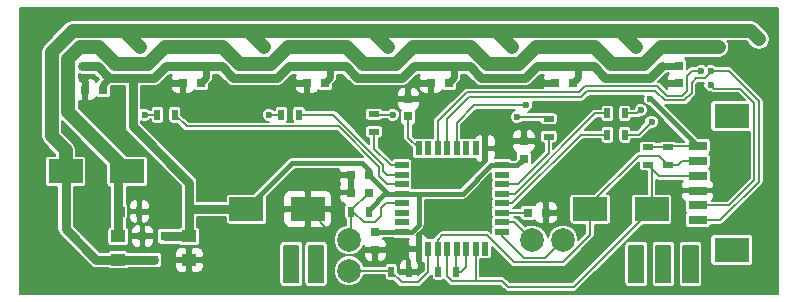
<source format=gbr>
G04 #@! TF.FileFunction,Copper,L2,Bot,Signal*
%FSLAX46Y46*%
G04 Gerber Fmt 4.6, Leading zero omitted, Abs format (unit mm)*
G04 Created by KiCad (PCBNEW (2016-02-08 BZR 6543, Git 5349eb4)-product) date Sun Feb 21 23:51:38 2016*
%MOMM*%
G01*
G04 APERTURE LIST*
%ADD10C,0.100000*%
%ADD11R,0.800000X0.750000*%
%ADD12R,0.750000X0.800000*%
%ADD13R,0.500000X0.900000*%
%ADD14R,0.900000X0.500000*%
%ADD15R,2.900000X2.000000*%
%ADD16R,1.600000X0.800000*%
%ADD17R,3.000000X2.100000*%
%ADD18C,2.000000*%
%ADD19R,1.250000X1.000000*%
%ADD20R,0.800100X0.800100*%
%ADD21R,1.200000X0.600000*%
%ADD22R,0.600000X1.200000*%
%ADD23C,0.600000*%
%ADD24C,0.300000*%
%ADD25C,0.200000*%
%ADD26C,0.600000*%
%ADD27C,0.400000*%
%ADD28C,0.800000*%
%ADD29C,1.200000*%
G04 APERTURE END LIST*
D10*
D11*
X37400000Y-37350000D03*
X35900000Y-37350000D03*
X45700000Y-36750000D03*
X44200000Y-36750000D03*
X56200000Y-36750000D03*
X54700000Y-36750000D03*
X66700000Y-36750000D03*
X65200000Y-36750000D03*
X77200000Y-36750000D03*
X75700000Y-36750000D03*
D12*
X86150000Y-35300000D03*
X86150000Y-36800000D03*
D11*
X59900000Y-44550000D03*
X58400000Y-44550000D03*
D12*
X60450000Y-49400000D03*
X60450000Y-50900000D03*
D11*
X59900000Y-46050000D03*
X58400000Y-46050000D03*
D13*
X58400000Y-47650000D03*
X59900000Y-47650000D03*
D14*
X85250000Y-42200000D03*
X85250000Y-43700000D03*
X83550000Y-42200000D03*
X83550000Y-43700000D03*
D13*
X43500000Y-39450000D03*
X42000000Y-39450000D03*
X54000000Y-39450000D03*
X52500000Y-39450000D03*
D14*
X60350000Y-40900000D03*
X60350000Y-39400000D03*
X75150000Y-41300000D03*
X75150000Y-39800000D03*
D13*
X80100000Y-39350000D03*
X81600000Y-39350000D03*
X80100000Y-41150000D03*
X81600000Y-41150000D03*
D15*
X83850000Y-47450000D03*
X78650000Y-47450000D03*
X54750000Y-47450000D03*
X49550000Y-47450000D03*
X39450000Y-44250000D03*
X34250000Y-44250000D03*
D16*
X87750000Y-42125000D03*
X87750000Y-43375000D03*
X87750000Y-44625000D03*
X87750000Y-45875000D03*
X87750000Y-47125000D03*
X87750000Y-48375000D03*
D17*
X90650000Y-39575000D03*
X90650000Y-50925000D03*
D18*
X58250000Y-52650000D03*
X58250000Y-50050000D03*
D19*
X38700000Y-51750000D03*
X38700000Y-49750000D03*
X44700000Y-49750000D03*
X44700000Y-51750000D03*
D20*
X40750000Y-49749240D03*
X42650000Y-49749240D03*
X41700000Y-51748220D03*
D12*
X73050000Y-43200000D03*
X73050000Y-41700000D03*
X63250000Y-39600000D03*
X63250000Y-38100000D03*
D11*
X73400000Y-47750000D03*
X74900000Y-47750000D03*
D18*
X73750000Y-50050000D03*
X76350000Y-50050000D03*
D13*
X39000000Y-47650000D03*
X40500000Y-47650000D03*
X67300000Y-52750000D03*
X65800000Y-52750000D03*
D21*
X62700000Y-49350000D03*
X62700000Y-48550000D03*
X62700000Y-47750000D03*
X62700000Y-46950000D03*
X62700000Y-46150000D03*
X62700000Y-45350000D03*
X62700000Y-44550000D03*
X62700000Y-43750000D03*
D22*
X64150000Y-42300000D03*
X64950000Y-42300000D03*
X65750000Y-42300000D03*
X66550000Y-42300000D03*
X67350000Y-42300000D03*
X68150000Y-42300000D03*
X68950000Y-42300000D03*
X69750000Y-42300000D03*
D21*
X71200000Y-43750000D03*
X71200000Y-44550000D03*
X71200000Y-45350000D03*
X71200000Y-46150000D03*
X71200000Y-46950000D03*
X71200000Y-47750000D03*
X71200000Y-48550000D03*
X71200000Y-49350000D03*
D22*
X69750000Y-50800000D03*
X68950000Y-50800000D03*
X68150000Y-50800000D03*
X67350000Y-50800000D03*
X66550000Y-50800000D03*
X65750000Y-50800000D03*
X64950000Y-50800000D03*
X64150000Y-50800000D03*
D13*
X63300000Y-52750000D03*
X61800000Y-52750000D03*
D23*
X84750000Y-35350000D03*
X77650000Y-35350000D03*
X67150000Y-35350000D03*
X56650000Y-35350000D03*
X46150000Y-35350000D03*
X35650000Y-35350000D03*
X83750000Y-38150000D03*
X42650000Y-33750000D03*
X84650000Y-33750000D03*
X79050000Y-33750000D03*
X58050000Y-33750000D03*
X37050000Y-33750000D03*
X47550000Y-33750000D03*
X68550000Y-33750000D03*
X89550000Y-33750000D03*
X74050000Y-33750000D03*
X63650000Y-33750000D03*
X53050000Y-33750000D03*
X73050000Y-40650000D03*
X61950000Y-38150000D03*
X53550000Y-36750000D03*
X62450000Y-41850000D03*
X73350000Y-46550000D03*
X35650000Y-36450000D03*
X31250000Y-31250000D03*
X31250000Y-53750000D03*
X93750000Y-31250000D03*
X76450000Y-53350000D03*
X72150000Y-53350000D03*
X93750000Y-53750000D03*
X62550000Y-50750000D03*
X41550000Y-47650000D03*
X87950000Y-36950000D03*
X64050000Y-36750000D03*
X43050000Y-36750000D03*
X74550000Y-36750000D03*
X85050000Y-36800000D03*
X51950000Y-41850000D03*
X51950000Y-50150000D03*
X92950000Y-33050000D03*
X51050000Y-33750000D03*
X40550000Y-33750000D03*
X61550000Y-33750000D03*
X82550000Y-33750000D03*
X72050000Y-33750000D03*
X88050000Y-35750000D03*
X88850000Y-36950000D03*
X88850000Y-35750000D03*
X73250000Y-38650000D03*
X40950000Y-39450000D03*
X51450000Y-39450000D03*
X61950000Y-39450000D03*
X72450000Y-39650000D03*
X82950000Y-39050000D03*
X83850000Y-40050000D03*
D24*
X55250000Y-50950000D02*
X55250000Y-53250000D01*
X55450000Y-50950000D02*
X55450000Y-53050000D01*
X55650000Y-50950000D02*
X55450000Y-50950000D01*
X55650000Y-53250000D02*
X55650000Y-50950000D01*
X55250000Y-53250000D02*
X55650000Y-53250000D01*
X55050000Y-50750000D02*
X55050000Y-53450000D01*
X55850000Y-50750000D02*
X55050000Y-50750000D01*
X55850000Y-53450000D02*
X55850000Y-50750000D01*
X55050000Y-53450000D02*
X55850000Y-53450000D01*
D25*
X54850000Y-50550000D02*
X54850000Y-53650000D01*
X56050000Y-50550000D02*
X54850000Y-50550000D01*
X56050000Y-50950000D02*
X56050000Y-50550000D01*
X56050000Y-53650000D02*
X56050000Y-50950000D01*
X54850000Y-53650000D02*
X56050000Y-53650000D01*
X86550000Y-53650000D02*
X87750000Y-53650000D01*
X87750000Y-53650000D02*
X87750000Y-50950000D01*
X87750000Y-50950000D02*
X87750000Y-50550000D01*
X87750000Y-50550000D02*
X86550000Y-50550000D01*
X86550000Y-50550000D02*
X86550000Y-53650000D01*
D24*
X86750000Y-53450000D02*
X87550000Y-53450000D01*
X87550000Y-53450000D02*
X87550000Y-50750000D01*
X87550000Y-50750000D02*
X86750000Y-50750000D01*
X86750000Y-50750000D02*
X86750000Y-53450000D01*
X86950000Y-53250000D02*
X87350000Y-53250000D01*
X87350000Y-53250000D02*
X87350000Y-50950000D01*
X87350000Y-50950000D02*
X87150000Y-50950000D01*
X87150000Y-50950000D02*
X87150000Y-53050000D01*
X86950000Y-50950000D02*
X86950000Y-53250000D01*
D25*
X81950000Y-53650000D02*
X83150000Y-53650000D01*
X83150000Y-53650000D02*
X83150000Y-50950000D01*
X83150000Y-50950000D02*
X83150000Y-50550000D01*
X83150000Y-50550000D02*
X81950000Y-50550000D01*
X81950000Y-50550000D02*
X81950000Y-53650000D01*
D24*
X82150000Y-53450000D02*
X82950000Y-53450000D01*
X82950000Y-53450000D02*
X82950000Y-50750000D01*
X82950000Y-50750000D02*
X82150000Y-50750000D01*
X82150000Y-50750000D02*
X82150000Y-53450000D01*
X82350000Y-53250000D02*
X82750000Y-53250000D01*
X82750000Y-53250000D02*
X82750000Y-50950000D01*
X82750000Y-50950000D02*
X82550000Y-50950000D01*
X82550000Y-50950000D02*
X82550000Y-53050000D01*
X82350000Y-50950000D02*
X82350000Y-53250000D01*
D25*
X52750000Y-53650000D02*
X53950000Y-53650000D01*
X53950000Y-53650000D02*
X53950000Y-50950000D01*
X53950000Y-50950000D02*
X53950000Y-50550000D01*
X53950000Y-50550000D02*
X52750000Y-50550000D01*
X52750000Y-50550000D02*
X52750000Y-53650000D01*
D24*
X52950000Y-53450000D02*
X53750000Y-53450000D01*
X53750000Y-53450000D02*
X53750000Y-50750000D01*
X53750000Y-50750000D02*
X52950000Y-50750000D01*
X52950000Y-50750000D02*
X52950000Y-53450000D01*
X53150000Y-53250000D02*
X53550000Y-53250000D01*
X53550000Y-53250000D02*
X53550000Y-50950000D01*
X53550000Y-50950000D02*
X53350000Y-50950000D01*
X53350000Y-50950000D02*
X53350000Y-53050000D01*
X53150000Y-50950000D02*
X53150000Y-53250000D01*
X84650000Y-50950000D02*
X84650000Y-53250000D01*
X84850000Y-50950000D02*
X84850000Y-53050000D01*
X85050000Y-50950000D02*
X84850000Y-50950000D01*
X85050000Y-53250000D02*
X85050000Y-50950000D01*
X84650000Y-53250000D02*
X85050000Y-53250000D01*
X84450000Y-50750000D02*
X84450000Y-53450000D01*
X85250000Y-50750000D02*
X84450000Y-50750000D01*
X85250000Y-53450000D02*
X85250000Y-50750000D01*
X84450000Y-53450000D02*
X85250000Y-53450000D01*
D25*
X84250000Y-50550000D02*
X84250000Y-53650000D01*
X85450000Y-50550000D02*
X84250000Y-50550000D01*
X85450000Y-50950000D02*
X85450000Y-50550000D01*
X85450000Y-53650000D02*
X85450000Y-50950000D01*
X84250000Y-53650000D02*
X85450000Y-53650000D01*
D26*
X37400000Y-37350000D02*
X37400000Y-36902944D01*
X37400000Y-36902944D02*
X37952942Y-36350002D01*
D27*
X62700000Y-49350000D02*
X63550000Y-49350000D01*
X64150000Y-48750000D02*
X64150000Y-46150000D01*
X63550000Y-49350000D02*
X64150000Y-48750000D01*
X71200000Y-43750000D02*
X70250000Y-43750000D01*
X70250000Y-43750000D02*
X67850000Y-46150000D01*
X67850000Y-46150000D02*
X64150000Y-46150000D01*
X62700000Y-46150000D02*
X64150000Y-46150000D01*
D28*
X49550000Y-47450000D02*
X44700000Y-47450000D01*
X39950000Y-40450000D02*
X44700000Y-45200000D01*
X44700000Y-45200000D02*
X44700000Y-47450000D01*
X39950000Y-36350002D02*
X39950000Y-40450000D01*
X44700000Y-47450000D02*
X44700000Y-49750000D01*
X42650000Y-49749240D02*
X44699240Y-49749240D01*
X44699240Y-49749240D02*
X44700000Y-49750000D01*
D27*
X59900000Y-47650000D02*
X59900000Y-47500000D01*
X59900000Y-47500000D02*
X61375000Y-46025000D01*
X61375000Y-46025000D02*
X61375000Y-46150000D01*
X59900000Y-44550000D02*
X59900000Y-44100000D01*
X53450000Y-43550000D02*
X49550000Y-47450000D01*
X59350000Y-43550000D02*
X53450000Y-43550000D01*
X59900000Y-44100000D02*
X59350000Y-43550000D01*
X62700000Y-46150000D02*
X61375000Y-46150000D01*
X61375000Y-46150000D02*
X61500000Y-46150000D01*
X61500000Y-46150000D02*
X59900000Y-44550000D01*
X62700000Y-49350000D02*
X60500000Y-49350000D01*
X60500000Y-49350000D02*
X60450000Y-49400000D01*
D25*
X83550000Y-42200000D02*
X85250000Y-42200000D01*
D26*
X84750000Y-35350000D02*
X86100000Y-35350000D01*
X86100000Y-35350000D02*
X86150000Y-35300000D01*
X45700000Y-36750000D02*
X46150000Y-36300000D01*
X46150000Y-36300000D02*
X46150000Y-35350000D01*
X56200000Y-36750000D02*
X56650000Y-36300000D01*
X56650000Y-36300000D02*
X56650000Y-35350000D01*
X66700000Y-36750000D02*
X67150000Y-36300000D01*
X67150000Y-36300000D02*
X67150000Y-35350000D01*
X77200000Y-36750000D02*
X77650000Y-36300000D01*
X77650000Y-36300000D02*
X77650000Y-35350000D01*
D25*
X42650000Y-49749240D02*
X42650760Y-49750000D01*
D28*
X83747058Y-36350002D02*
X84747060Y-35350000D01*
X79952942Y-36350002D02*
X83747058Y-36350002D01*
X78952940Y-35350000D02*
X79952942Y-36350002D01*
X77650000Y-35350000D02*
X78952940Y-35350000D01*
X84747060Y-35350000D02*
X84750000Y-35350000D01*
X67150000Y-35350000D02*
X68452940Y-35350000D01*
X74147060Y-35350000D02*
X77650000Y-35350000D01*
X73147058Y-36350002D02*
X74147060Y-35350000D01*
X69452942Y-36350002D02*
X73147058Y-36350002D01*
X68452940Y-35350000D02*
X69452942Y-36350002D01*
X56650000Y-35350000D02*
X57952940Y-35350000D01*
X63747060Y-35350000D02*
X67150000Y-35350000D01*
X62747058Y-36350002D02*
X63747060Y-35350000D01*
X58952942Y-36350002D02*
X62747058Y-36350002D01*
X57952940Y-35350000D02*
X58952942Y-36350002D01*
X46150000Y-35350000D02*
X47452940Y-35350000D01*
X53147060Y-35350000D02*
X56650000Y-35350000D01*
X52147058Y-36350002D02*
X53147060Y-35350000D01*
X48452942Y-36350002D02*
X52147058Y-36350002D01*
X47452940Y-35350000D02*
X48452942Y-36350002D01*
X35650000Y-35350000D02*
X36952940Y-35350000D01*
X42747060Y-35350000D02*
X46150000Y-35350000D01*
X41747058Y-36350002D02*
X42747060Y-35350000D01*
X37952942Y-36350002D02*
X39950000Y-36350002D01*
X39950000Y-36350002D02*
X41747058Y-36350002D01*
X36952940Y-35350000D02*
X37952942Y-36350002D01*
D25*
X85325000Y-42125000D02*
X87750000Y-42125000D01*
X85250000Y-42200000D02*
X85325000Y-42125000D01*
D27*
X83775000Y-38150000D02*
X83750000Y-38150000D01*
X87750000Y-42125000D02*
X83775000Y-38150000D01*
X72500000Y-43750000D02*
X73050000Y-43200000D01*
X71200000Y-43750000D02*
X72500000Y-43750000D01*
D29*
X34450000Y-34750000D02*
X34450000Y-39250000D01*
X79050000Y-33750000D02*
X80450000Y-35150000D01*
X80450000Y-35150000D02*
X83250000Y-35150000D01*
X83250000Y-35150000D02*
X84650000Y-33750000D01*
X89550000Y-33750000D02*
X84650000Y-33750000D01*
X58050000Y-33750000D02*
X59450000Y-35150000D01*
X59450000Y-35150000D02*
X62250000Y-35150000D01*
X62250000Y-35150000D02*
X63650000Y-33750000D01*
X63650000Y-33750000D02*
X68550000Y-33750000D01*
X37050000Y-33750000D02*
X38450000Y-35150000D01*
X38450000Y-35150000D02*
X41250000Y-35150000D01*
X41250000Y-35150000D02*
X42650000Y-33750000D01*
X42650000Y-33750000D02*
X47550000Y-33750000D01*
X34450000Y-34750000D02*
X35450000Y-33750000D01*
X35450000Y-33750000D02*
X37050000Y-33750000D01*
X53050000Y-33750000D02*
X58050000Y-33750000D01*
X51650000Y-35150000D02*
X53050000Y-33750000D01*
X48950000Y-35150000D02*
X51650000Y-35150000D01*
X47550000Y-33750000D02*
X48950000Y-35150000D01*
X74050000Y-33750000D02*
X79050000Y-33750000D01*
X72650000Y-35150000D02*
X74050000Y-33750000D01*
X69950000Y-35150000D02*
X72650000Y-35150000D01*
X68550000Y-33750000D02*
X69950000Y-35150000D01*
X34450000Y-39250000D02*
X39450000Y-44250000D01*
D28*
X39450000Y-44250000D02*
X38700000Y-45000000D01*
X38700000Y-45000000D02*
X38700000Y-47650000D01*
D27*
X39000000Y-47650000D02*
X38700000Y-47650000D01*
D28*
X38700000Y-49750000D02*
X38700000Y-47650000D01*
D25*
X54750000Y-47450000D02*
X56650000Y-49350000D01*
X59050000Y-51350000D02*
X57150000Y-51350000D01*
X59500000Y-50900000D02*
X60450000Y-50900000D01*
X59500000Y-50900000D02*
X59050000Y-51350000D01*
X56650000Y-50850000D02*
X57150000Y-51350000D01*
X56650000Y-49350000D02*
X56650000Y-50850000D01*
X70350000Y-40250000D02*
X70750000Y-40650000D01*
D27*
X69750000Y-40850000D02*
X70350000Y-40250000D01*
X69750000Y-42300000D02*
X69750000Y-40850000D01*
X73050000Y-40650000D02*
X73050000Y-41700000D01*
D25*
X70750000Y-40650000D02*
X73050000Y-40650000D01*
X61950000Y-38150000D02*
X61950000Y-38550000D01*
X53550000Y-38150000D02*
X61950000Y-38150000D01*
D26*
X54700000Y-36750000D02*
X53550000Y-36750000D01*
D25*
X53550000Y-36750000D02*
X53550000Y-38150000D01*
X62560200Y-41739800D02*
X62450000Y-41850000D01*
X62560200Y-39160200D02*
X62560200Y-41739800D01*
X61950000Y-38550000D02*
X62560200Y-39160200D01*
X74900000Y-46600000D02*
X74900000Y-47750000D01*
X74850000Y-46550000D02*
X74900000Y-46600000D01*
X73350000Y-46550000D02*
X74850000Y-46550000D01*
D26*
X35900000Y-37350000D02*
X35900000Y-36700000D01*
X35900000Y-36700000D02*
X35650000Y-36450000D01*
D25*
X63300000Y-52750000D02*
X64150000Y-52750000D01*
X64150000Y-52750000D02*
X64150000Y-50800000D01*
X41550000Y-47650000D02*
X41550000Y-48750000D01*
X40750000Y-48750000D02*
X41550000Y-48750000D01*
D27*
X40500000Y-47650000D02*
X41550000Y-47650000D01*
D25*
X40750000Y-48750000D02*
X40750000Y-49749240D01*
X44700000Y-51750000D02*
X50350000Y-51750000D01*
X51950000Y-47850000D02*
X51950000Y-50150000D01*
X52350000Y-47450000D02*
X54750000Y-47450000D01*
X52350000Y-47450000D02*
X51950000Y-47850000D01*
X50350000Y-51750000D02*
X51950000Y-50150000D01*
X40750000Y-49749240D02*
X40750000Y-50750000D01*
X43250000Y-51750000D02*
X44700000Y-51750000D01*
X43250000Y-50750000D02*
X43250000Y-51750000D01*
X40750000Y-50750000D02*
X43250000Y-50750000D01*
X58400000Y-44550000D02*
X55050000Y-44550000D01*
X54750000Y-44850000D02*
X54750000Y-47450000D01*
X55050000Y-44550000D02*
X54750000Y-44850000D01*
X58400000Y-46050000D02*
X58400000Y-44550000D01*
D27*
X60450000Y-50900000D02*
X62400000Y-50900000D01*
X62400000Y-50900000D02*
X62550000Y-50750000D01*
D25*
X62600000Y-50800000D02*
X62550000Y-50750000D01*
X64150000Y-50800000D02*
X62600000Y-50800000D01*
X62600000Y-50800000D02*
X62550000Y-50750000D01*
X87750000Y-45875000D02*
X89025000Y-45875000D01*
X87950000Y-40350000D02*
X87950000Y-36950000D01*
X89550000Y-41950000D02*
X87950000Y-40350000D01*
X89550000Y-45350000D02*
X89550000Y-41950000D01*
X89025000Y-45875000D02*
X89550000Y-45350000D01*
X64750000Y-39000000D02*
X64750000Y-38050000D01*
D26*
X64050000Y-36750000D02*
X65200000Y-36750000D01*
D25*
X64050000Y-37350000D02*
X64050000Y-36750000D01*
X64750000Y-38050000D02*
X64050000Y-37350000D01*
D26*
X44200000Y-36750000D02*
X43050000Y-36750000D01*
X75700000Y-36750000D02*
X74550000Y-36750000D01*
X86150000Y-36800000D02*
X85050000Y-36800000D01*
D25*
X58600000Y-46150000D02*
X58550000Y-46100000D01*
D29*
X33049998Y-34170100D02*
X33049998Y-41249998D01*
X39149998Y-32349998D02*
X34870100Y-32349998D01*
X33049998Y-34170100D02*
X34870100Y-32349998D01*
X34250000Y-42450000D02*
X34250000Y-44250000D01*
X33049998Y-41249998D02*
X34250000Y-42450000D01*
D28*
X34250000Y-44250000D02*
X34250000Y-49150000D01*
X34250000Y-49150000D02*
X36850000Y-51750000D01*
X36850000Y-51750000D02*
X38700000Y-51750000D01*
D29*
X81149998Y-32349998D02*
X92249998Y-32349998D01*
D28*
X38700000Y-51750000D02*
X41698220Y-51750000D01*
X41698220Y-51750000D02*
X41700000Y-51748220D01*
D29*
X92950000Y-33050000D02*
X92249998Y-32349998D01*
D25*
X41700000Y-51748220D02*
X41698220Y-51750000D01*
D29*
X49649998Y-32349998D02*
X60149998Y-32349998D01*
X39149998Y-32349998D02*
X49649998Y-32349998D01*
X49649998Y-32349998D02*
X51050000Y-33750000D01*
X39149998Y-32349998D02*
X40550000Y-33750000D01*
X60149998Y-32349998D02*
X70649998Y-32349998D01*
X60149998Y-32349998D02*
X61550000Y-33750000D01*
X70649998Y-32349998D02*
X81149998Y-32349998D01*
X70649998Y-32349998D02*
X72050000Y-33750000D01*
X81149998Y-32349998D02*
X82550000Y-33750000D01*
D25*
X69950000Y-49650000D02*
X72250002Y-51950002D01*
X65750000Y-50050000D02*
X66150000Y-49650000D01*
X66150000Y-49650000D02*
X69950000Y-49650000D01*
X65750000Y-50800000D02*
X65750000Y-50050000D01*
X78650000Y-49650000D02*
X78650000Y-47450000D01*
X76349998Y-51950002D02*
X78650000Y-49650000D01*
X72250002Y-51950002D02*
X76349998Y-51950002D01*
X78650000Y-47050000D02*
X82750000Y-42950000D01*
X84500000Y-42950000D02*
X85250000Y-43700000D01*
X82750000Y-42950000D02*
X84500000Y-42950000D01*
X78650000Y-47050000D02*
X78650000Y-47450000D01*
X65750000Y-50800000D02*
X65750000Y-52700000D01*
X65750000Y-52700000D02*
X65800000Y-52750000D01*
X85250000Y-43700000D02*
X86100000Y-43700000D01*
X86100000Y-43700000D02*
X86425000Y-43375000D01*
X86425000Y-43375000D02*
X87750000Y-43375000D01*
X88050000Y-35750000D02*
X87250000Y-35750000D01*
X84350004Y-37050004D02*
X78249996Y-37050004D01*
X78249996Y-37050004D02*
X77750000Y-37550000D01*
X68218624Y-37550000D02*
X65750000Y-40018624D01*
X65750000Y-40018624D02*
X65750000Y-42300000D01*
X77750000Y-37550000D02*
X68218624Y-37550000D01*
X85150000Y-37850000D02*
X84350004Y-37050004D01*
X86450000Y-37850000D02*
X85150000Y-37850000D01*
X86850000Y-37450000D02*
X86450000Y-37850000D01*
X86850000Y-36150000D02*
X86850000Y-37450000D01*
X87250000Y-35750000D02*
X86850000Y-36150000D01*
X90375000Y-47125000D02*
X87750000Y-47125000D01*
X92550000Y-44950000D02*
X90375000Y-47125000D01*
X92550000Y-38450000D02*
X92550000Y-44950000D01*
X91350000Y-37250000D02*
X92550000Y-38450000D01*
X89150000Y-37250000D02*
X91350000Y-37250000D01*
X88850000Y-36950000D02*
X89150000Y-37250000D01*
X87250002Y-37615686D02*
X87250002Y-36749998D01*
X86615686Y-38250002D02*
X87250002Y-37615686D01*
X77915686Y-37950002D02*
X78415682Y-37450006D01*
X68384310Y-37950002D02*
X66550000Y-39784312D01*
X66550000Y-42300000D02*
X66550000Y-39784312D01*
X68384310Y-37950002D02*
X77915686Y-37950002D01*
X84184318Y-37450006D02*
X78415682Y-37450006D01*
X84984314Y-38250002D02*
X84184318Y-37450006D01*
X84984314Y-38250002D02*
X86615686Y-38250002D01*
X88850000Y-35850000D02*
X88850000Y-35750000D01*
X88350000Y-36350000D02*
X88850000Y-35850000D01*
X87650000Y-36350000D02*
X88350000Y-36350000D01*
X87250002Y-36749998D02*
X87650000Y-36350000D01*
X87750000Y-48375000D02*
X89690688Y-48375000D01*
X90415688Y-35750000D02*
X88850000Y-35750000D01*
X92950002Y-38284314D02*
X90415688Y-35750000D01*
X92950002Y-45115686D02*
X92950002Y-38284314D01*
X89690688Y-48375000D02*
X92950002Y-45115686D01*
X73250000Y-38650000D02*
X68850000Y-38650000D01*
X68850000Y-38650000D02*
X67350000Y-40150000D01*
X67350000Y-40150000D02*
X67350000Y-42300000D01*
X42000000Y-39450000D02*
X40950000Y-39450000D01*
X52500000Y-39450000D02*
X51450000Y-39450000D01*
X60350000Y-39400000D02*
X60400000Y-39450000D01*
X60400000Y-39450000D02*
X61950000Y-39450000D01*
X75000000Y-39650000D02*
X72450000Y-39650000D01*
X75150000Y-39800000D02*
X75000000Y-39650000D01*
X81600000Y-39350000D02*
X82650000Y-39350000D01*
X82650000Y-39350000D02*
X82950000Y-39050000D01*
X81600000Y-41150000D02*
X82750000Y-41150000D01*
X82750000Y-41150000D02*
X83850000Y-40050000D01*
X58250000Y-50050000D02*
X58400000Y-49900000D01*
X58400000Y-49900000D02*
X58400000Y-47650000D01*
X59900000Y-46050000D02*
X58400000Y-47550000D01*
X58400000Y-47550000D02*
X58400000Y-47650000D01*
X59500000Y-48550000D02*
X58600000Y-47650000D01*
X58600000Y-47650000D02*
X58400000Y-47650000D01*
X62700000Y-46950000D02*
X61350000Y-46950000D01*
X60450000Y-48550000D02*
X59500000Y-48550000D01*
X60950000Y-48050000D02*
X60450000Y-48550000D01*
X60950000Y-47350000D02*
X60950000Y-48050000D01*
X61350000Y-46950000D02*
X60950000Y-47350000D01*
X61800000Y-52750000D02*
X61700000Y-52650000D01*
X61700000Y-52650000D02*
X58250000Y-52650000D01*
X64950000Y-50800000D02*
X64950000Y-52750000D01*
X62700000Y-53650000D02*
X61800000Y-52750000D01*
X64050000Y-53650000D02*
X62700000Y-53650000D01*
X64950000Y-52750000D02*
X64050000Y-53650000D01*
X61800000Y-52800000D02*
X61650000Y-52650000D01*
X71200000Y-48550000D02*
X72250000Y-48550000D01*
X72250000Y-48550000D02*
X73750000Y-50050000D01*
X73050000Y-49350000D02*
X73750000Y-50050000D01*
X71200000Y-49350000D02*
X71200000Y-49700000D01*
X74850000Y-51550000D02*
X76350000Y-50050000D01*
X73050000Y-51550000D02*
X74850000Y-51550000D01*
X71200000Y-49700000D02*
X73050000Y-51550000D01*
X68950000Y-50800000D02*
X68950000Y-53550000D01*
X66950000Y-53550000D02*
X68950000Y-53550000D01*
X68950000Y-53550000D02*
X71200000Y-53550000D01*
X66550000Y-53150000D02*
X66950000Y-53550000D01*
X66550000Y-50800000D02*
X66550000Y-53150000D01*
X71700000Y-54050000D02*
X77250000Y-54050000D01*
X77250000Y-54050000D02*
X83850000Y-47450000D01*
X71200000Y-53550000D02*
X71700000Y-54050000D01*
X83850000Y-47450000D02*
X83850000Y-44000000D01*
X83850000Y-44000000D02*
X83550000Y-43700000D01*
X83550000Y-43700000D02*
X84475000Y-44625000D01*
X84475000Y-44625000D02*
X87750000Y-44625000D01*
X68150000Y-50800000D02*
X68150000Y-52350000D01*
X67750000Y-52750000D02*
X67300000Y-52750000D01*
X68150000Y-52350000D02*
X67750000Y-52750000D01*
X67350000Y-50800000D02*
X67300000Y-50850000D01*
X67300000Y-50850000D02*
X67300000Y-52750000D01*
X63250000Y-39600000D02*
X63250000Y-41400000D01*
X63250000Y-41400000D02*
X64150000Y-42300000D01*
X73400000Y-47750000D02*
X71200000Y-47750000D01*
X62700000Y-45350000D02*
X61450000Y-45350000D01*
X44500000Y-40450000D02*
X43500000Y-39450000D01*
X57350000Y-40450000D02*
X44500000Y-40450000D01*
X60750000Y-43850000D02*
X57350000Y-40450000D01*
X60750000Y-44650000D02*
X60750000Y-43850000D01*
X61450000Y-45350000D02*
X60750000Y-44650000D01*
X62700000Y-44550000D02*
X61450000Y-44550000D01*
X56915688Y-39450000D02*
X54000000Y-39450000D01*
X61150002Y-43684314D02*
X56915688Y-39450000D01*
X61150002Y-44250002D02*
X61150002Y-43684314D01*
X61450000Y-44550000D02*
X61150002Y-44250002D01*
X62700000Y-43750000D02*
X61781376Y-43750000D01*
X60350000Y-42318624D02*
X60350000Y-40900000D01*
X61781376Y-43750000D02*
X60350000Y-42318624D01*
X75150000Y-41300000D02*
X75150000Y-42718624D01*
X72518624Y-45350000D02*
X71200000Y-45350000D01*
X75150000Y-42718624D02*
X72518624Y-45350000D01*
X80100000Y-39350000D02*
X79084312Y-39350000D01*
X72284312Y-46150000D02*
X79084312Y-39350000D01*
X72284312Y-46150000D02*
X71200000Y-46150000D01*
X77850000Y-41150000D02*
X80100000Y-41150000D01*
X72050000Y-46950000D02*
X77850000Y-41150000D01*
X71200000Y-46950000D02*
X72050000Y-46950000D01*
G36*
X94600000Y-54600000D02*
X30400000Y-54600000D01*
X30400000Y-34170100D01*
X32149998Y-34170100D01*
X32149998Y-41249998D01*
X32218506Y-41594413D01*
X32413602Y-41886394D01*
X33350000Y-42822792D01*
X33350000Y-42944123D01*
X32800000Y-42944123D01*
X32682946Y-42967407D01*
X32583712Y-43033712D01*
X32517407Y-43132946D01*
X32494123Y-43250000D01*
X32494123Y-45250000D01*
X32517407Y-45367054D01*
X32583712Y-45466288D01*
X32682946Y-45532593D01*
X32800000Y-45555877D01*
X33550000Y-45555877D01*
X33550000Y-49150000D01*
X33603284Y-49417879D01*
X33755025Y-49644975D01*
X36355025Y-52244975D01*
X36582122Y-52396716D01*
X36850000Y-52450000D01*
X37847829Y-52450000D01*
X37858712Y-52466288D01*
X37957946Y-52532593D01*
X38075000Y-52555877D01*
X39325000Y-52555877D01*
X39442054Y-52532593D01*
X39541288Y-52466288D01*
X39552171Y-52450000D01*
X41279102Y-52450000D01*
X41299950Y-52454147D01*
X42100050Y-52454147D01*
X42217104Y-52430863D01*
X42316338Y-52364558D01*
X42382643Y-52265324D01*
X42405927Y-52148270D01*
X42405927Y-52056000D01*
X43467000Y-52056000D01*
X43467000Y-52370939D01*
X43559563Y-52594405D01*
X43730596Y-52765438D01*
X43954062Y-52858000D01*
X44394000Y-52858000D01*
X44546000Y-52706000D01*
X44546000Y-51904000D01*
X44854000Y-51904000D01*
X44854000Y-52706000D01*
X45006000Y-52858000D01*
X45445938Y-52858000D01*
X45669404Y-52765438D01*
X45840437Y-52594405D01*
X45933000Y-52370939D01*
X45933000Y-52056000D01*
X45781000Y-51904000D01*
X44854000Y-51904000D01*
X44546000Y-51904000D01*
X43619000Y-51904000D01*
X43467000Y-52056000D01*
X42405927Y-52056000D01*
X42405927Y-51348170D01*
X42382643Y-51231116D01*
X42316338Y-51131882D01*
X42312117Y-51129061D01*
X43467000Y-51129061D01*
X43467000Y-51444000D01*
X43619000Y-51596000D01*
X44546000Y-51596000D01*
X44546000Y-50794000D01*
X44854000Y-50794000D01*
X44854000Y-51596000D01*
X45781000Y-51596000D01*
X45933000Y-51444000D01*
X45933000Y-51129061D01*
X45840437Y-50905595D01*
X45669404Y-50734562D01*
X45445938Y-50642000D01*
X45006000Y-50642000D01*
X44854000Y-50794000D01*
X44546000Y-50794000D01*
X44394000Y-50642000D01*
X43954062Y-50642000D01*
X43730596Y-50734562D01*
X43559563Y-50905595D01*
X43467000Y-51129061D01*
X42312117Y-51129061D01*
X42217104Y-51065577D01*
X42100050Y-51042293D01*
X41299950Y-51042293D01*
X41261205Y-51050000D01*
X39552171Y-51050000D01*
X39541288Y-51033712D01*
X39442054Y-50967407D01*
X39325000Y-50944123D01*
X38075000Y-50944123D01*
X37957946Y-50967407D01*
X37858712Y-51033712D01*
X37847829Y-51050000D01*
X37139950Y-51050000D01*
X34950000Y-48860050D01*
X34950000Y-45555877D01*
X35700000Y-45555877D01*
X35817054Y-45532593D01*
X35916288Y-45466288D01*
X35982593Y-45367054D01*
X36005877Y-45250000D01*
X36005877Y-43250000D01*
X35982593Y-43132946D01*
X35916288Y-43033712D01*
X35817054Y-42967407D01*
X35700000Y-42944123D01*
X35150000Y-42944123D01*
X35150000Y-42450000D01*
X35081492Y-42105585D01*
X35081492Y-42105584D01*
X34886396Y-41813604D01*
X33949998Y-40877206D01*
X33949998Y-40022790D01*
X37694123Y-43766915D01*
X37694123Y-45250000D01*
X37717407Y-45367054D01*
X37783712Y-45466288D01*
X37882946Y-45532593D01*
X38000000Y-45555877D01*
X38000000Y-48959042D01*
X37957946Y-48967407D01*
X37858712Y-49033712D01*
X37792407Y-49132946D01*
X37769123Y-49250000D01*
X37769123Y-50250000D01*
X37792407Y-50367054D01*
X37858712Y-50466288D01*
X37957946Y-50532593D01*
X38075000Y-50555877D01*
X39325000Y-50555877D01*
X39442054Y-50532593D01*
X39541288Y-50466288D01*
X39607593Y-50367054D01*
X39630877Y-50250000D01*
X39630877Y-50055240D01*
X39741950Y-50055240D01*
X39741950Y-50270228D01*
X39834512Y-50493694D01*
X40005545Y-50664727D01*
X40229011Y-50757290D01*
X40444000Y-50757290D01*
X40596000Y-50605290D01*
X40596000Y-49903240D01*
X40904000Y-49903240D01*
X40904000Y-50605290D01*
X41056000Y-50757290D01*
X41270989Y-50757290D01*
X41494455Y-50664727D01*
X41665488Y-50493694D01*
X41758050Y-50270228D01*
X41758050Y-50055240D01*
X41606050Y-49903240D01*
X40904000Y-49903240D01*
X40596000Y-49903240D01*
X39893950Y-49903240D01*
X39741950Y-50055240D01*
X39630877Y-50055240D01*
X39630877Y-49250000D01*
X39626551Y-49228252D01*
X39741950Y-49228252D01*
X39741950Y-49443240D01*
X39893950Y-49595240D01*
X40596000Y-49595240D01*
X40596000Y-48893190D01*
X40904000Y-48893190D01*
X40904000Y-49595240D01*
X41606050Y-49595240D01*
X41758050Y-49443240D01*
X41758050Y-49228252D01*
X41665488Y-49004786D01*
X41494455Y-48833753D01*
X41270989Y-48741190D01*
X41056000Y-48741190D01*
X40904000Y-48893190D01*
X40596000Y-48893190D01*
X40444000Y-48741190D01*
X40229011Y-48741190D01*
X40005545Y-48833753D01*
X39834512Y-49004786D01*
X39741950Y-49228252D01*
X39626551Y-49228252D01*
X39607593Y-49132946D01*
X39541288Y-49033712D01*
X39442054Y-48967407D01*
X39400000Y-48959042D01*
X39400000Y-48360580D01*
X39466288Y-48316288D01*
X39532593Y-48217054D01*
X39555877Y-48100000D01*
X39555877Y-47956000D01*
X39642000Y-47956000D01*
X39642000Y-48220938D01*
X39734562Y-48444404D01*
X39905595Y-48615437D01*
X40129061Y-48708000D01*
X40223000Y-48708000D01*
X40375000Y-48556000D01*
X40375000Y-47804000D01*
X40625000Y-47804000D01*
X40625000Y-48556000D01*
X40777000Y-48708000D01*
X40870939Y-48708000D01*
X41094405Y-48615437D01*
X41265438Y-48444404D01*
X41358000Y-48220938D01*
X41358000Y-47956000D01*
X41206000Y-47804000D01*
X40625000Y-47804000D01*
X40375000Y-47804000D01*
X39794000Y-47804000D01*
X39642000Y-47956000D01*
X39555877Y-47956000D01*
X39555877Y-47200000D01*
X39532593Y-47082946D01*
X39529998Y-47079062D01*
X39642000Y-47079062D01*
X39642000Y-47344000D01*
X39794000Y-47496000D01*
X40375000Y-47496000D01*
X40375000Y-46744000D01*
X40625000Y-46744000D01*
X40625000Y-47496000D01*
X41206000Y-47496000D01*
X41358000Y-47344000D01*
X41358000Y-47079062D01*
X41265438Y-46855596D01*
X41094405Y-46684563D01*
X40870939Y-46592000D01*
X40777000Y-46592000D01*
X40625000Y-46744000D01*
X40375000Y-46744000D01*
X40223000Y-46592000D01*
X40129061Y-46592000D01*
X39905595Y-46684563D01*
X39734562Y-46855596D01*
X39642000Y-47079062D01*
X39529998Y-47079062D01*
X39466288Y-46983712D01*
X39400000Y-46939420D01*
X39400000Y-45555877D01*
X40900000Y-45555877D01*
X41017054Y-45532593D01*
X41116288Y-45466288D01*
X41182593Y-45367054D01*
X41205877Y-45250000D01*
X41205877Y-43250000D01*
X41182593Y-43132946D01*
X41116288Y-43033712D01*
X41017054Y-42967407D01*
X40900000Y-42944123D01*
X39416915Y-42944123D01*
X35350000Y-38877208D01*
X35350000Y-38320962D01*
X35379061Y-38333000D01*
X35594000Y-38333000D01*
X35746000Y-38181000D01*
X35746000Y-37504000D01*
X35726000Y-37504000D01*
X35726000Y-37196000D01*
X35746000Y-37196000D01*
X35746000Y-36519000D01*
X35594000Y-36367000D01*
X35379061Y-36367000D01*
X35350000Y-36379038D01*
X35350000Y-35975253D01*
X35382122Y-35996716D01*
X35650000Y-36050000D01*
X36662990Y-36050000D01*
X37033703Y-36420713D01*
X36975736Y-36478680D01*
X36845672Y-36673334D01*
X36841606Y-36693773D01*
X36815438Y-36630596D01*
X36644405Y-36459563D01*
X36420939Y-36367000D01*
X36206000Y-36367000D01*
X36054000Y-36519000D01*
X36054000Y-37196000D01*
X36074000Y-37196000D01*
X36074000Y-37504000D01*
X36054000Y-37504000D01*
X36054000Y-38181000D01*
X36206000Y-38333000D01*
X36420939Y-38333000D01*
X36644405Y-38240437D01*
X36815438Y-38069404D01*
X36850125Y-37985663D01*
X36882946Y-38007593D01*
X37000000Y-38030877D01*
X37800000Y-38030877D01*
X37917054Y-38007593D01*
X38016288Y-37941288D01*
X38082593Y-37842054D01*
X38105877Y-37725000D01*
X38105877Y-37050002D01*
X39250000Y-37050002D01*
X39250000Y-40450000D01*
X39303284Y-40717879D01*
X39455025Y-40944975D01*
X44000000Y-45489949D01*
X44000000Y-48959042D01*
X43957946Y-48967407D01*
X43858712Y-49033712D01*
X43848337Y-49049240D01*
X43079846Y-49049240D01*
X43050050Y-49043313D01*
X42249950Y-49043313D01*
X42132896Y-49066597D01*
X42033662Y-49132902D01*
X41967357Y-49232136D01*
X41944073Y-49349190D01*
X41944073Y-50149290D01*
X41967357Y-50266344D01*
X42033662Y-50365578D01*
X42132896Y-50431883D01*
X42249950Y-50455167D01*
X43050050Y-50455167D01*
X43079846Y-50449240D01*
X43847321Y-50449240D01*
X43858712Y-50466288D01*
X43957946Y-50532593D01*
X44075000Y-50555877D01*
X45325000Y-50555877D01*
X45354545Y-50550000D01*
X52350000Y-50550000D01*
X52350000Y-53650000D01*
X52380448Y-53803073D01*
X52467157Y-53932843D01*
X52596927Y-54019552D01*
X52750000Y-54050000D01*
X53950000Y-54050000D01*
X54103073Y-54019552D01*
X54232843Y-53932843D01*
X54319552Y-53803073D01*
X54350000Y-53650000D01*
X54350000Y-50550000D01*
X54450000Y-50550000D01*
X54450000Y-53650000D01*
X54480448Y-53803073D01*
X54567157Y-53932843D01*
X54696927Y-54019552D01*
X54850000Y-54050000D01*
X56050000Y-54050000D01*
X56203073Y-54019552D01*
X56332843Y-53932843D01*
X56419552Y-53803073D01*
X56450000Y-53650000D01*
X56450000Y-50550000D01*
X56419552Y-50396927D01*
X56332843Y-50267157D01*
X56203073Y-50180448D01*
X56050000Y-50150000D01*
X54850000Y-50150000D01*
X54696927Y-50180448D01*
X54567157Y-50267157D01*
X54480448Y-50396927D01*
X54450000Y-50550000D01*
X54350000Y-50550000D01*
X54319552Y-50396927D01*
X54232843Y-50267157D01*
X54103073Y-50180448D01*
X53950000Y-50150000D01*
X52750000Y-50150000D01*
X52596927Y-50180448D01*
X52467157Y-50267157D01*
X52380448Y-50396927D01*
X52350000Y-50550000D01*
X45354545Y-50550000D01*
X45442054Y-50532593D01*
X45541288Y-50466288D01*
X45607593Y-50367054D01*
X45630877Y-50250000D01*
X45630877Y-49250000D01*
X45607593Y-49132946D01*
X45541288Y-49033712D01*
X45442054Y-48967407D01*
X45400000Y-48959042D01*
X45400000Y-48150000D01*
X47794123Y-48150000D01*
X47794123Y-48450000D01*
X47817407Y-48567054D01*
X47883712Y-48666288D01*
X47982946Y-48732593D01*
X48100000Y-48755877D01*
X51000000Y-48755877D01*
X51117054Y-48732593D01*
X51216288Y-48666288D01*
X51282593Y-48567054D01*
X51305877Y-48450000D01*
X51305877Y-47756000D01*
X52692000Y-47756000D01*
X52692000Y-48570938D01*
X52784562Y-48794404D01*
X52955595Y-48965437D01*
X53179061Y-49058000D01*
X54444000Y-49058000D01*
X54596000Y-48906000D01*
X54596000Y-47604000D01*
X54904000Y-47604000D01*
X54904000Y-48906000D01*
X55056000Y-49058000D01*
X56320939Y-49058000D01*
X56544405Y-48965437D01*
X56715438Y-48794404D01*
X56808000Y-48570938D01*
X56808000Y-47756000D01*
X56656000Y-47604000D01*
X54904000Y-47604000D01*
X54596000Y-47604000D01*
X52844000Y-47604000D01*
X52692000Y-47756000D01*
X51305877Y-47756000D01*
X51305877Y-46450000D01*
X51297785Y-46409321D01*
X51378044Y-46329062D01*
X52692000Y-46329062D01*
X52692000Y-47144000D01*
X52844000Y-47296000D01*
X54596000Y-47296000D01*
X54596000Y-45994000D01*
X54904000Y-45994000D01*
X54904000Y-47296000D01*
X56656000Y-47296000D01*
X56808000Y-47144000D01*
X56808000Y-46329062D01*
X56715438Y-46105596D01*
X56544405Y-45934563D01*
X56320939Y-45842000D01*
X55056000Y-45842000D01*
X54904000Y-45994000D01*
X54596000Y-45994000D01*
X54444000Y-45842000D01*
X53179061Y-45842000D01*
X52955595Y-45934563D01*
X52784562Y-46105596D01*
X52692000Y-46329062D01*
X51378044Y-46329062D01*
X52851106Y-44856000D01*
X57392000Y-44856000D01*
X57392000Y-45045938D01*
X57484562Y-45269404D01*
X57515158Y-45300000D01*
X57484562Y-45330596D01*
X57392000Y-45554062D01*
X57392000Y-45744000D01*
X57544000Y-45896000D01*
X58246000Y-45896000D01*
X58246000Y-44704000D01*
X57544000Y-44704000D01*
X57392000Y-44856000D01*
X52851106Y-44856000D01*
X53657106Y-44050000D01*
X57393683Y-44050000D01*
X57392000Y-44054062D01*
X57392000Y-44244000D01*
X57544000Y-44396000D01*
X58246000Y-44396000D01*
X58246000Y-44376000D01*
X58554000Y-44376000D01*
X58554000Y-44396000D01*
X58574000Y-44396000D01*
X58574000Y-44704000D01*
X58554000Y-44704000D01*
X58554000Y-45896000D01*
X58574000Y-45896000D01*
X58574000Y-46204000D01*
X58554000Y-46204000D01*
X58554000Y-46224000D01*
X58246000Y-46224000D01*
X58246000Y-46204000D01*
X57544000Y-46204000D01*
X57392000Y-46356000D01*
X57392000Y-46545938D01*
X57484562Y-46769404D01*
X57655595Y-46940437D01*
X57879061Y-47033000D01*
X57900779Y-47033000D01*
X57867407Y-47082946D01*
X57844123Y-47200000D01*
X57844123Y-48100000D01*
X57867407Y-48217054D01*
X57933712Y-48316288D01*
X58000000Y-48360580D01*
X58000000Y-48749781D01*
X57992548Y-48749774D01*
X57514571Y-48947271D01*
X57148556Y-49312647D01*
X56950226Y-49790279D01*
X56949774Y-50307452D01*
X57147271Y-50785429D01*
X57512647Y-51151444D01*
X57990279Y-51349774D01*
X57992543Y-51349776D01*
X57514571Y-51547271D01*
X57148556Y-51912647D01*
X56950226Y-52390279D01*
X56949774Y-52907452D01*
X57147271Y-53385429D01*
X57512647Y-53751444D01*
X57990279Y-53949774D01*
X58507452Y-53950226D01*
X58985429Y-53752729D01*
X59351444Y-53387353D01*
X59491525Y-53050000D01*
X61244123Y-53050000D01*
X61244123Y-53200000D01*
X61267407Y-53317054D01*
X61333712Y-53416288D01*
X61432946Y-53482593D01*
X61550000Y-53505877D01*
X61990191Y-53505877D01*
X62417157Y-53932843D01*
X62546926Y-54019552D01*
X62700000Y-54050000D01*
X64050000Y-54050000D01*
X64203074Y-54019552D01*
X64332843Y-53932843D01*
X65232843Y-53032843D01*
X65244123Y-53015961D01*
X65244123Y-53200000D01*
X65267407Y-53317054D01*
X65333712Y-53416288D01*
X65432946Y-53482593D01*
X65550000Y-53505877D01*
X66050000Y-53505877D01*
X66167054Y-53482593D01*
X66259241Y-53420996D01*
X66267157Y-53432843D01*
X66667155Y-53832840D01*
X66667157Y-53832843D01*
X66796927Y-53919552D01*
X66950000Y-53950000D01*
X71034314Y-53950000D01*
X71417157Y-54332843D01*
X71546926Y-54419552D01*
X71700000Y-54450001D01*
X71700005Y-54450000D01*
X77250000Y-54450000D01*
X77403074Y-54419552D01*
X77532843Y-54332843D01*
X81315685Y-50550000D01*
X81550000Y-50550000D01*
X81550000Y-53650000D01*
X81580448Y-53803073D01*
X81667157Y-53932843D01*
X81796927Y-54019552D01*
X81950000Y-54050000D01*
X83150000Y-54050000D01*
X83303073Y-54019552D01*
X83432843Y-53932843D01*
X83519552Y-53803073D01*
X83550000Y-53650000D01*
X83550000Y-50550000D01*
X83850000Y-50550000D01*
X83850000Y-53650000D01*
X83880448Y-53803073D01*
X83967157Y-53932843D01*
X84096927Y-54019552D01*
X84250000Y-54050000D01*
X85450000Y-54050000D01*
X85603073Y-54019552D01*
X85732843Y-53932843D01*
X85819552Y-53803073D01*
X85850000Y-53650000D01*
X85850000Y-50550000D01*
X86150000Y-50550000D01*
X86150000Y-53650000D01*
X86180448Y-53803073D01*
X86267157Y-53932843D01*
X86396927Y-54019552D01*
X86550000Y-54050000D01*
X87750000Y-54050000D01*
X87903073Y-54019552D01*
X88032843Y-53932843D01*
X88119552Y-53803073D01*
X88150000Y-53650000D01*
X88150000Y-50550000D01*
X88119552Y-50396927D01*
X88032843Y-50267157D01*
X87903073Y-50180448D01*
X87750000Y-50150000D01*
X86550000Y-50150000D01*
X86396927Y-50180448D01*
X86267157Y-50267157D01*
X86180448Y-50396927D01*
X86150000Y-50550000D01*
X85850000Y-50550000D01*
X85819552Y-50396927D01*
X85732843Y-50267157D01*
X85603073Y-50180448D01*
X85450000Y-50150000D01*
X84250000Y-50150000D01*
X84096927Y-50180448D01*
X83967157Y-50267157D01*
X83880448Y-50396927D01*
X83850000Y-50550000D01*
X83550000Y-50550000D01*
X83519552Y-50396927D01*
X83432843Y-50267157D01*
X83303073Y-50180448D01*
X83150000Y-50150000D01*
X81950000Y-50150000D01*
X81796927Y-50180448D01*
X81667157Y-50267157D01*
X81580448Y-50396927D01*
X81550000Y-50550000D01*
X81315685Y-50550000D01*
X81990685Y-49875000D01*
X88844123Y-49875000D01*
X88844123Y-51975000D01*
X88867407Y-52092054D01*
X88933712Y-52191288D01*
X89032946Y-52257593D01*
X89150000Y-52280877D01*
X92150000Y-52280877D01*
X92267054Y-52257593D01*
X92366288Y-52191288D01*
X92432593Y-52092054D01*
X92455877Y-51975000D01*
X92455877Y-49875000D01*
X92432593Y-49757946D01*
X92366288Y-49658712D01*
X92267054Y-49592407D01*
X92150000Y-49569123D01*
X89150000Y-49569123D01*
X89032946Y-49592407D01*
X88933712Y-49658712D01*
X88867407Y-49757946D01*
X88844123Y-49875000D01*
X81990685Y-49875000D01*
X83109808Y-48755877D01*
X85300000Y-48755877D01*
X85417054Y-48732593D01*
X85516288Y-48666288D01*
X85582593Y-48567054D01*
X85605877Y-48450000D01*
X85605877Y-46450000D01*
X85582593Y-46332946D01*
X85516288Y-46233712D01*
X85417054Y-46167407D01*
X85300000Y-46144123D01*
X84250000Y-46144123D01*
X84250000Y-44946492D01*
X84274125Y-44962612D01*
X84321927Y-44994552D01*
X84475000Y-45025001D01*
X84475005Y-45025000D01*
X86540158Y-45025000D01*
X86434563Y-45130595D01*
X86342000Y-45354061D01*
X86342000Y-45569000D01*
X86494000Y-45721000D01*
X87596000Y-45721000D01*
X87596000Y-45701000D01*
X87904000Y-45701000D01*
X87904000Y-45721000D01*
X89006000Y-45721000D01*
X89158000Y-45569000D01*
X89158000Y-45354061D01*
X89065437Y-45130595D01*
X88894404Y-44959562D01*
X88855877Y-44943604D01*
X88855877Y-44225000D01*
X88832593Y-44107946D01*
X88766288Y-44008712D01*
X88753249Y-44000000D01*
X88766288Y-43991288D01*
X88832593Y-43892054D01*
X88855877Y-43775000D01*
X88855877Y-42975000D01*
X88832593Y-42857946D01*
X88766288Y-42758712D01*
X88753249Y-42750000D01*
X88766288Y-42741288D01*
X88832593Y-42642054D01*
X88855877Y-42525000D01*
X88855877Y-41725000D01*
X88832593Y-41607946D01*
X88766288Y-41508712D01*
X88667054Y-41442407D01*
X88550000Y-41419123D01*
X87751229Y-41419123D01*
X84981560Y-38649454D01*
X84984314Y-38650002D01*
X86615686Y-38650002D01*
X86768760Y-38619554D01*
X86898529Y-38532845D01*
X87532845Y-37898529D01*
X87565267Y-37850006D01*
X87619554Y-37768759D01*
X87650002Y-37615686D01*
X87650002Y-36915684D01*
X87815685Y-36750000D01*
X88283376Y-36750000D01*
X88250104Y-36830129D01*
X88249896Y-37068824D01*
X88341048Y-37289429D01*
X88509683Y-37458359D01*
X88730129Y-37549896D01*
X88892891Y-37550038D01*
X88996926Y-37619552D01*
X89150000Y-37650000D01*
X91184314Y-37650000D01*
X91753437Y-38219123D01*
X89150000Y-38219123D01*
X89032946Y-38242407D01*
X88933712Y-38308712D01*
X88867407Y-38407946D01*
X88844123Y-38525000D01*
X88844123Y-40625000D01*
X88867407Y-40742054D01*
X88933712Y-40841288D01*
X89032946Y-40907593D01*
X89150000Y-40930877D01*
X92150000Y-40930877D01*
X92150000Y-44784315D01*
X90209314Y-46725000D01*
X88959842Y-46725000D01*
X89065437Y-46619405D01*
X89158000Y-46395939D01*
X89158000Y-46181000D01*
X89006000Y-46029000D01*
X87904000Y-46029000D01*
X87904000Y-46049000D01*
X87596000Y-46049000D01*
X87596000Y-46029000D01*
X86494000Y-46029000D01*
X86342000Y-46181000D01*
X86342000Y-46395939D01*
X86434563Y-46619405D01*
X86605596Y-46790438D01*
X86644123Y-46806396D01*
X86644123Y-47525000D01*
X86667407Y-47642054D01*
X86733712Y-47741288D01*
X86746751Y-47750000D01*
X86733712Y-47758712D01*
X86667407Y-47857946D01*
X86644123Y-47975000D01*
X86644123Y-48775000D01*
X86667407Y-48892054D01*
X86733712Y-48991288D01*
X86832946Y-49057593D01*
X86950000Y-49080877D01*
X88550000Y-49080877D01*
X88667054Y-49057593D01*
X88766288Y-48991288D01*
X88832593Y-48892054D01*
X88855877Y-48775000D01*
X89690688Y-48775000D01*
X89843762Y-48744552D01*
X89973531Y-48657843D01*
X93232845Y-45398529D01*
X93319554Y-45268760D01*
X93350002Y-45115686D01*
X93350002Y-38284314D01*
X93326698Y-38167157D01*
X93319554Y-38131240D01*
X93232845Y-38001471D01*
X90698531Y-35467157D01*
X90568762Y-35380448D01*
X90415688Y-35350000D01*
X89298487Y-35350000D01*
X89190317Y-35241641D01*
X88969871Y-35150104D01*
X88731176Y-35149896D01*
X88510571Y-35241048D01*
X88450042Y-35301471D01*
X88390317Y-35241641D01*
X88169871Y-35150104D01*
X87931176Y-35149896D01*
X87710571Y-35241048D01*
X87601428Y-35350000D01*
X87250000Y-35350000D01*
X87096927Y-35380448D01*
X86967157Y-35467157D01*
X86967155Y-35467160D01*
X86830877Y-35603438D01*
X86830877Y-34900000D01*
X86807593Y-34782946D01*
X86741288Y-34683712D01*
X86690834Y-34650000D01*
X89550000Y-34650000D01*
X89894415Y-34581492D01*
X90186396Y-34386396D01*
X90381492Y-34094415D01*
X90450000Y-33750000D01*
X90381492Y-33405585D01*
X90277532Y-33249998D01*
X91877206Y-33249998D01*
X92313604Y-33686396D01*
X92605584Y-33881492D01*
X92950000Y-33950000D01*
X93294415Y-33881492D01*
X93586396Y-33686396D01*
X93781492Y-33394415D01*
X93850000Y-33050000D01*
X93781492Y-32705584D01*
X93586396Y-32413604D01*
X92886394Y-31713602D01*
X92594413Y-31518506D01*
X92249998Y-31449998D01*
X34870100Y-31449998D01*
X34525685Y-31518506D01*
X34233704Y-31713602D01*
X32413602Y-33533704D01*
X32218506Y-33825685D01*
X32149998Y-34170100D01*
X30400000Y-34170100D01*
X30400000Y-30400000D01*
X94600000Y-30400000D01*
X94600000Y-54600000D01*
X94600000Y-54600000D01*
G37*
X94600000Y-54600000D02*
X30400000Y-54600000D01*
X30400000Y-34170100D01*
X32149998Y-34170100D01*
X32149998Y-41249998D01*
X32218506Y-41594413D01*
X32413602Y-41886394D01*
X33350000Y-42822792D01*
X33350000Y-42944123D01*
X32800000Y-42944123D01*
X32682946Y-42967407D01*
X32583712Y-43033712D01*
X32517407Y-43132946D01*
X32494123Y-43250000D01*
X32494123Y-45250000D01*
X32517407Y-45367054D01*
X32583712Y-45466288D01*
X32682946Y-45532593D01*
X32800000Y-45555877D01*
X33550000Y-45555877D01*
X33550000Y-49150000D01*
X33603284Y-49417879D01*
X33755025Y-49644975D01*
X36355025Y-52244975D01*
X36582122Y-52396716D01*
X36850000Y-52450000D01*
X37847829Y-52450000D01*
X37858712Y-52466288D01*
X37957946Y-52532593D01*
X38075000Y-52555877D01*
X39325000Y-52555877D01*
X39442054Y-52532593D01*
X39541288Y-52466288D01*
X39552171Y-52450000D01*
X41279102Y-52450000D01*
X41299950Y-52454147D01*
X42100050Y-52454147D01*
X42217104Y-52430863D01*
X42316338Y-52364558D01*
X42382643Y-52265324D01*
X42405927Y-52148270D01*
X42405927Y-52056000D01*
X43467000Y-52056000D01*
X43467000Y-52370939D01*
X43559563Y-52594405D01*
X43730596Y-52765438D01*
X43954062Y-52858000D01*
X44394000Y-52858000D01*
X44546000Y-52706000D01*
X44546000Y-51904000D01*
X44854000Y-51904000D01*
X44854000Y-52706000D01*
X45006000Y-52858000D01*
X45445938Y-52858000D01*
X45669404Y-52765438D01*
X45840437Y-52594405D01*
X45933000Y-52370939D01*
X45933000Y-52056000D01*
X45781000Y-51904000D01*
X44854000Y-51904000D01*
X44546000Y-51904000D01*
X43619000Y-51904000D01*
X43467000Y-52056000D01*
X42405927Y-52056000D01*
X42405927Y-51348170D01*
X42382643Y-51231116D01*
X42316338Y-51131882D01*
X42312117Y-51129061D01*
X43467000Y-51129061D01*
X43467000Y-51444000D01*
X43619000Y-51596000D01*
X44546000Y-51596000D01*
X44546000Y-50794000D01*
X44854000Y-50794000D01*
X44854000Y-51596000D01*
X45781000Y-51596000D01*
X45933000Y-51444000D01*
X45933000Y-51129061D01*
X45840437Y-50905595D01*
X45669404Y-50734562D01*
X45445938Y-50642000D01*
X45006000Y-50642000D01*
X44854000Y-50794000D01*
X44546000Y-50794000D01*
X44394000Y-50642000D01*
X43954062Y-50642000D01*
X43730596Y-50734562D01*
X43559563Y-50905595D01*
X43467000Y-51129061D01*
X42312117Y-51129061D01*
X42217104Y-51065577D01*
X42100050Y-51042293D01*
X41299950Y-51042293D01*
X41261205Y-51050000D01*
X39552171Y-51050000D01*
X39541288Y-51033712D01*
X39442054Y-50967407D01*
X39325000Y-50944123D01*
X38075000Y-50944123D01*
X37957946Y-50967407D01*
X37858712Y-51033712D01*
X37847829Y-51050000D01*
X37139950Y-51050000D01*
X34950000Y-48860050D01*
X34950000Y-45555877D01*
X35700000Y-45555877D01*
X35817054Y-45532593D01*
X35916288Y-45466288D01*
X35982593Y-45367054D01*
X36005877Y-45250000D01*
X36005877Y-43250000D01*
X35982593Y-43132946D01*
X35916288Y-43033712D01*
X35817054Y-42967407D01*
X35700000Y-42944123D01*
X35150000Y-42944123D01*
X35150000Y-42450000D01*
X35081492Y-42105585D01*
X35081492Y-42105584D01*
X34886396Y-41813604D01*
X33949998Y-40877206D01*
X33949998Y-40022790D01*
X37694123Y-43766915D01*
X37694123Y-45250000D01*
X37717407Y-45367054D01*
X37783712Y-45466288D01*
X37882946Y-45532593D01*
X38000000Y-45555877D01*
X38000000Y-48959042D01*
X37957946Y-48967407D01*
X37858712Y-49033712D01*
X37792407Y-49132946D01*
X37769123Y-49250000D01*
X37769123Y-50250000D01*
X37792407Y-50367054D01*
X37858712Y-50466288D01*
X37957946Y-50532593D01*
X38075000Y-50555877D01*
X39325000Y-50555877D01*
X39442054Y-50532593D01*
X39541288Y-50466288D01*
X39607593Y-50367054D01*
X39630877Y-50250000D01*
X39630877Y-50055240D01*
X39741950Y-50055240D01*
X39741950Y-50270228D01*
X39834512Y-50493694D01*
X40005545Y-50664727D01*
X40229011Y-50757290D01*
X40444000Y-50757290D01*
X40596000Y-50605290D01*
X40596000Y-49903240D01*
X40904000Y-49903240D01*
X40904000Y-50605290D01*
X41056000Y-50757290D01*
X41270989Y-50757290D01*
X41494455Y-50664727D01*
X41665488Y-50493694D01*
X41758050Y-50270228D01*
X41758050Y-50055240D01*
X41606050Y-49903240D01*
X40904000Y-49903240D01*
X40596000Y-49903240D01*
X39893950Y-49903240D01*
X39741950Y-50055240D01*
X39630877Y-50055240D01*
X39630877Y-49250000D01*
X39626551Y-49228252D01*
X39741950Y-49228252D01*
X39741950Y-49443240D01*
X39893950Y-49595240D01*
X40596000Y-49595240D01*
X40596000Y-48893190D01*
X40904000Y-48893190D01*
X40904000Y-49595240D01*
X41606050Y-49595240D01*
X41758050Y-49443240D01*
X41758050Y-49228252D01*
X41665488Y-49004786D01*
X41494455Y-48833753D01*
X41270989Y-48741190D01*
X41056000Y-48741190D01*
X40904000Y-48893190D01*
X40596000Y-48893190D01*
X40444000Y-48741190D01*
X40229011Y-48741190D01*
X40005545Y-48833753D01*
X39834512Y-49004786D01*
X39741950Y-49228252D01*
X39626551Y-49228252D01*
X39607593Y-49132946D01*
X39541288Y-49033712D01*
X39442054Y-48967407D01*
X39400000Y-48959042D01*
X39400000Y-48360580D01*
X39466288Y-48316288D01*
X39532593Y-48217054D01*
X39555877Y-48100000D01*
X39555877Y-47956000D01*
X39642000Y-47956000D01*
X39642000Y-48220938D01*
X39734562Y-48444404D01*
X39905595Y-48615437D01*
X40129061Y-48708000D01*
X40223000Y-48708000D01*
X40375000Y-48556000D01*
X40375000Y-47804000D01*
X40625000Y-47804000D01*
X40625000Y-48556000D01*
X40777000Y-48708000D01*
X40870939Y-48708000D01*
X41094405Y-48615437D01*
X41265438Y-48444404D01*
X41358000Y-48220938D01*
X41358000Y-47956000D01*
X41206000Y-47804000D01*
X40625000Y-47804000D01*
X40375000Y-47804000D01*
X39794000Y-47804000D01*
X39642000Y-47956000D01*
X39555877Y-47956000D01*
X39555877Y-47200000D01*
X39532593Y-47082946D01*
X39529998Y-47079062D01*
X39642000Y-47079062D01*
X39642000Y-47344000D01*
X39794000Y-47496000D01*
X40375000Y-47496000D01*
X40375000Y-46744000D01*
X40625000Y-46744000D01*
X40625000Y-47496000D01*
X41206000Y-47496000D01*
X41358000Y-47344000D01*
X41358000Y-47079062D01*
X41265438Y-46855596D01*
X41094405Y-46684563D01*
X40870939Y-46592000D01*
X40777000Y-46592000D01*
X40625000Y-46744000D01*
X40375000Y-46744000D01*
X40223000Y-46592000D01*
X40129061Y-46592000D01*
X39905595Y-46684563D01*
X39734562Y-46855596D01*
X39642000Y-47079062D01*
X39529998Y-47079062D01*
X39466288Y-46983712D01*
X39400000Y-46939420D01*
X39400000Y-45555877D01*
X40900000Y-45555877D01*
X41017054Y-45532593D01*
X41116288Y-45466288D01*
X41182593Y-45367054D01*
X41205877Y-45250000D01*
X41205877Y-43250000D01*
X41182593Y-43132946D01*
X41116288Y-43033712D01*
X41017054Y-42967407D01*
X40900000Y-42944123D01*
X39416915Y-42944123D01*
X35350000Y-38877208D01*
X35350000Y-38320962D01*
X35379061Y-38333000D01*
X35594000Y-38333000D01*
X35746000Y-38181000D01*
X35746000Y-37504000D01*
X35726000Y-37504000D01*
X35726000Y-37196000D01*
X35746000Y-37196000D01*
X35746000Y-36519000D01*
X35594000Y-36367000D01*
X35379061Y-36367000D01*
X35350000Y-36379038D01*
X35350000Y-35975253D01*
X35382122Y-35996716D01*
X35650000Y-36050000D01*
X36662990Y-36050000D01*
X37033703Y-36420713D01*
X36975736Y-36478680D01*
X36845672Y-36673334D01*
X36841606Y-36693773D01*
X36815438Y-36630596D01*
X36644405Y-36459563D01*
X36420939Y-36367000D01*
X36206000Y-36367000D01*
X36054000Y-36519000D01*
X36054000Y-37196000D01*
X36074000Y-37196000D01*
X36074000Y-37504000D01*
X36054000Y-37504000D01*
X36054000Y-38181000D01*
X36206000Y-38333000D01*
X36420939Y-38333000D01*
X36644405Y-38240437D01*
X36815438Y-38069404D01*
X36850125Y-37985663D01*
X36882946Y-38007593D01*
X37000000Y-38030877D01*
X37800000Y-38030877D01*
X37917054Y-38007593D01*
X38016288Y-37941288D01*
X38082593Y-37842054D01*
X38105877Y-37725000D01*
X38105877Y-37050002D01*
X39250000Y-37050002D01*
X39250000Y-40450000D01*
X39303284Y-40717879D01*
X39455025Y-40944975D01*
X44000000Y-45489949D01*
X44000000Y-48959042D01*
X43957946Y-48967407D01*
X43858712Y-49033712D01*
X43848337Y-49049240D01*
X43079846Y-49049240D01*
X43050050Y-49043313D01*
X42249950Y-49043313D01*
X42132896Y-49066597D01*
X42033662Y-49132902D01*
X41967357Y-49232136D01*
X41944073Y-49349190D01*
X41944073Y-50149290D01*
X41967357Y-50266344D01*
X42033662Y-50365578D01*
X42132896Y-50431883D01*
X42249950Y-50455167D01*
X43050050Y-50455167D01*
X43079846Y-50449240D01*
X43847321Y-50449240D01*
X43858712Y-50466288D01*
X43957946Y-50532593D01*
X44075000Y-50555877D01*
X45325000Y-50555877D01*
X45354545Y-50550000D01*
X52350000Y-50550000D01*
X52350000Y-53650000D01*
X52380448Y-53803073D01*
X52467157Y-53932843D01*
X52596927Y-54019552D01*
X52750000Y-54050000D01*
X53950000Y-54050000D01*
X54103073Y-54019552D01*
X54232843Y-53932843D01*
X54319552Y-53803073D01*
X54350000Y-53650000D01*
X54350000Y-50550000D01*
X54450000Y-50550000D01*
X54450000Y-53650000D01*
X54480448Y-53803073D01*
X54567157Y-53932843D01*
X54696927Y-54019552D01*
X54850000Y-54050000D01*
X56050000Y-54050000D01*
X56203073Y-54019552D01*
X56332843Y-53932843D01*
X56419552Y-53803073D01*
X56450000Y-53650000D01*
X56450000Y-50550000D01*
X56419552Y-50396927D01*
X56332843Y-50267157D01*
X56203073Y-50180448D01*
X56050000Y-50150000D01*
X54850000Y-50150000D01*
X54696927Y-50180448D01*
X54567157Y-50267157D01*
X54480448Y-50396927D01*
X54450000Y-50550000D01*
X54350000Y-50550000D01*
X54319552Y-50396927D01*
X54232843Y-50267157D01*
X54103073Y-50180448D01*
X53950000Y-50150000D01*
X52750000Y-50150000D01*
X52596927Y-50180448D01*
X52467157Y-50267157D01*
X52380448Y-50396927D01*
X52350000Y-50550000D01*
X45354545Y-50550000D01*
X45442054Y-50532593D01*
X45541288Y-50466288D01*
X45607593Y-50367054D01*
X45630877Y-50250000D01*
X45630877Y-49250000D01*
X45607593Y-49132946D01*
X45541288Y-49033712D01*
X45442054Y-48967407D01*
X45400000Y-48959042D01*
X45400000Y-48150000D01*
X47794123Y-48150000D01*
X47794123Y-48450000D01*
X47817407Y-48567054D01*
X47883712Y-48666288D01*
X47982946Y-48732593D01*
X48100000Y-48755877D01*
X51000000Y-48755877D01*
X51117054Y-48732593D01*
X51216288Y-48666288D01*
X51282593Y-48567054D01*
X51305877Y-48450000D01*
X51305877Y-47756000D01*
X52692000Y-47756000D01*
X52692000Y-48570938D01*
X52784562Y-48794404D01*
X52955595Y-48965437D01*
X53179061Y-49058000D01*
X54444000Y-49058000D01*
X54596000Y-48906000D01*
X54596000Y-47604000D01*
X54904000Y-47604000D01*
X54904000Y-48906000D01*
X55056000Y-49058000D01*
X56320939Y-49058000D01*
X56544405Y-48965437D01*
X56715438Y-48794404D01*
X56808000Y-48570938D01*
X56808000Y-47756000D01*
X56656000Y-47604000D01*
X54904000Y-47604000D01*
X54596000Y-47604000D01*
X52844000Y-47604000D01*
X52692000Y-47756000D01*
X51305877Y-47756000D01*
X51305877Y-46450000D01*
X51297785Y-46409321D01*
X51378044Y-46329062D01*
X52692000Y-46329062D01*
X52692000Y-47144000D01*
X52844000Y-47296000D01*
X54596000Y-47296000D01*
X54596000Y-45994000D01*
X54904000Y-45994000D01*
X54904000Y-47296000D01*
X56656000Y-47296000D01*
X56808000Y-47144000D01*
X56808000Y-46329062D01*
X56715438Y-46105596D01*
X56544405Y-45934563D01*
X56320939Y-45842000D01*
X55056000Y-45842000D01*
X54904000Y-45994000D01*
X54596000Y-45994000D01*
X54444000Y-45842000D01*
X53179061Y-45842000D01*
X52955595Y-45934563D01*
X52784562Y-46105596D01*
X52692000Y-46329062D01*
X51378044Y-46329062D01*
X52851106Y-44856000D01*
X57392000Y-44856000D01*
X57392000Y-45045938D01*
X57484562Y-45269404D01*
X57515158Y-45300000D01*
X57484562Y-45330596D01*
X57392000Y-45554062D01*
X57392000Y-45744000D01*
X57544000Y-45896000D01*
X58246000Y-45896000D01*
X58246000Y-44704000D01*
X57544000Y-44704000D01*
X57392000Y-44856000D01*
X52851106Y-44856000D01*
X53657106Y-44050000D01*
X57393683Y-44050000D01*
X57392000Y-44054062D01*
X57392000Y-44244000D01*
X57544000Y-44396000D01*
X58246000Y-44396000D01*
X58246000Y-44376000D01*
X58554000Y-44376000D01*
X58554000Y-44396000D01*
X58574000Y-44396000D01*
X58574000Y-44704000D01*
X58554000Y-44704000D01*
X58554000Y-45896000D01*
X58574000Y-45896000D01*
X58574000Y-46204000D01*
X58554000Y-46204000D01*
X58554000Y-46224000D01*
X58246000Y-46224000D01*
X58246000Y-46204000D01*
X57544000Y-46204000D01*
X57392000Y-46356000D01*
X57392000Y-46545938D01*
X57484562Y-46769404D01*
X57655595Y-46940437D01*
X57879061Y-47033000D01*
X57900779Y-47033000D01*
X57867407Y-47082946D01*
X57844123Y-47200000D01*
X57844123Y-48100000D01*
X57867407Y-48217054D01*
X57933712Y-48316288D01*
X58000000Y-48360580D01*
X58000000Y-48749781D01*
X57992548Y-48749774D01*
X57514571Y-48947271D01*
X57148556Y-49312647D01*
X56950226Y-49790279D01*
X56949774Y-50307452D01*
X57147271Y-50785429D01*
X57512647Y-51151444D01*
X57990279Y-51349774D01*
X57992543Y-51349776D01*
X57514571Y-51547271D01*
X57148556Y-51912647D01*
X56950226Y-52390279D01*
X56949774Y-52907452D01*
X57147271Y-53385429D01*
X57512647Y-53751444D01*
X57990279Y-53949774D01*
X58507452Y-53950226D01*
X58985429Y-53752729D01*
X59351444Y-53387353D01*
X59491525Y-53050000D01*
X61244123Y-53050000D01*
X61244123Y-53200000D01*
X61267407Y-53317054D01*
X61333712Y-53416288D01*
X61432946Y-53482593D01*
X61550000Y-53505877D01*
X61990191Y-53505877D01*
X62417157Y-53932843D01*
X62546926Y-54019552D01*
X62700000Y-54050000D01*
X64050000Y-54050000D01*
X64203074Y-54019552D01*
X64332843Y-53932843D01*
X65232843Y-53032843D01*
X65244123Y-53015961D01*
X65244123Y-53200000D01*
X65267407Y-53317054D01*
X65333712Y-53416288D01*
X65432946Y-53482593D01*
X65550000Y-53505877D01*
X66050000Y-53505877D01*
X66167054Y-53482593D01*
X66259241Y-53420996D01*
X66267157Y-53432843D01*
X66667155Y-53832840D01*
X66667157Y-53832843D01*
X66796927Y-53919552D01*
X66950000Y-53950000D01*
X71034314Y-53950000D01*
X71417157Y-54332843D01*
X71546926Y-54419552D01*
X71700000Y-54450001D01*
X71700005Y-54450000D01*
X77250000Y-54450000D01*
X77403074Y-54419552D01*
X77532843Y-54332843D01*
X81315685Y-50550000D01*
X81550000Y-50550000D01*
X81550000Y-53650000D01*
X81580448Y-53803073D01*
X81667157Y-53932843D01*
X81796927Y-54019552D01*
X81950000Y-54050000D01*
X83150000Y-54050000D01*
X83303073Y-54019552D01*
X83432843Y-53932843D01*
X83519552Y-53803073D01*
X83550000Y-53650000D01*
X83550000Y-50550000D01*
X83850000Y-50550000D01*
X83850000Y-53650000D01*
X83880448Y-53803073D01*
X83967157Y-53932843D01*
X84096927Y-54019552D01*
X84250000Y-54050000D01*
X85450000Y-54050000D01*
X85603073Y-54019552D01*
X85732843Y-53932843D01*
X85819552Y-53803073D01*
X85850000Y-53650000D01*
X85850000Y-50550000D01*
X86150000Y-50550000D01*
X86150000Y-53650000D01*
X86180448Y-53803073D01*
X86267157Y-53932843D01*
X86396927Y-54019552D01*
X86550000Y-54050000D01*
X87750000Y-54050000D01*
X87903073Y-54019552D01*
X88032843Y-53932843D01*
X88119552Y-53803073D01*
X88150000Y-53650000D01*
X88150000Y-50550000D01*
X88119552Y-50396927D01*
X88032843Y-50267157D01*
X87903073Y-50180448D01*
X87750000Y-50150000D01*
X86550000Y-50150000D01*
X86396927Y-50180448D01*
X86267157Y-50267157D01*
X86180448Y-50396927D01*
X86150000Y-50550000D01*
X85850000Y-50550000D01*
X85819552Y-50396927D01*
X85732843Y-50267157D01*
X85603073Y-50180448D01*
X85450000Y-50150000D01*
X84250000Y-50150000D01*
X84096927Y-50180448D01*
X83967157Y-50267157D01*
X83880448Y-50396927D01*
X83850000Y-50550000D01*
X83550000Y-50550000D01*
X83519552Y-50396927D01*
X83432843Y-50267157D01*
X83303073Y-50180448D01*
X83150000Y-50150000D01*
X81950000Y-50150000D01*
X81796927Y-50180448D01*
X81667157Y-50267157D01*
X81580448Y-50396927D01*
X81550000Y-50550000D01*
X81315685Y-50550000D01*
X81990685Y-49875000D01*
X88844123Y-49875000D01*
X88844123Y-51975000D01*
X88867407Y-52092054D01*
X88933712Y-52191288D01*
X89032946Y-52257593D01*
X89150000Y-52280877D01*
X92150000Y-52280877D01*
X92267054Y-52257593D01*
X92366288Y-52191288D01*
X92432593Y-52092054D01*
X92455877Y-51975000D01*
X92455877Y-49875000D01*
X92432593Y-49757946D01*
X92366288Y-49658712D01*
X92267054Y-49592407D01*
X92150000Y-49569123D01*
X89150000Y-49569123D01*
X89032946Y-49592407D01*
X88933712Y-49658712D01*
X88867407Y-49757946D01*
X88844123Y-49875000D01*
X81990685Y-49875000D01*
X83109808Y-48755877D01*
X85300000Y-48755877D01*
X85417054Y-48732593D01*
X85516288Y-48666288D01*
X85582593Y-48567054D01*
X85605877Y-48450000D01*
X85605877Y-46450000D01*
X85582593Y-46332946D01*
X85516288Y-46233712D01*
X85417054Y-46167407D01*
X85300000Y-46144123D01*
X84250000Y-46144123D01*
X84250000Y-44946492D01*
X84274125Y-44962612D01*
X84321927Y-44994552D01*
X84475000Y-45025001D01*
X84475005Y-45025000D01*
X86540158Y-45025000D01*
X86434563Y-45130595D01*
X86342000Y-45354061D01*
X86342000Y-45569000D01*
X86494000Y-45721000D01*
X87596000Y-45721000D01*
X87596000Y-45701000D01*
X87904000Y-45701000D01*
X87904000Y-45721000D01*
X89006000Y-45721000D01*
X89158000Y-45569000D01*
X89158000Y-45354061D01*
X89065437Y-45130595D01*
X88894404Y-44959562D01*
X88855877Y-44943604D01*
X88855877Y-44225000D01*
X88832593Y-44107946D01*
X88766288Y-44008712D01*
X88753249Y-44000000D01*
X88766288Y-43991288D01*
X88832593Y-43892054D01*
X88855877Y-43775000D01*
X88855877Y-42975000D01*
X88832593Y-42857946D01*
X88766288Y-42758712D01*
X88753249Y-42750000D01*
X88766288Y-42741288D01*
X88832593Y-42642054D01*
X88855877Y-42525000D01*
X88855877Y-41725000D01*
X88832593Y-41607946D01*
X88766288Y-41508712D01*
X88667054Y-41442407D01*
X88550000Y-41419123D01*
X87751229Y-41419123D01*
X84981560Y-38649454D01*
X84984314Y-38650002D01*
X86615686Y-38650002D01*
X86768760Y-38619554D01*
X86898529Y-38532845D01*
X87532845Y-37898529D01*
X87565267Y-37850006D01*
X87619554Y-37768759D01*
X87650002Y-37615686D01*
X87650002Y-36915684D01*
X87815685Y-36750000D01*
X88283376Y-36750000D01*
X88250104Y-36830129D01*
X88249896Y-37068824D01*
X88341048Y-37289429D01*
X88509683Y-37458359D01*
X88730129Y-37549896D01*
X88892891Y-37550038D01*
X88996926Y-37619552D01*
X89150000Y-37650000D01*
X91184314Y-37650000D01*
X91753437Y-38219123D01*
X89150000Y-38219123D01*
X89032946Y-38242407D01*
X88933712Y-38308712D01*
X88867407Y-38407946D01*
X88844123Y-38525000D01*
X88844123Y-40625000D01*
X88867407Y-40742054D01*
X88933712Y-40841288D01*
X89032946Y-40907593D01*
X89150000Y-40930877D01*
X92150000Y-40930877D01*
X92150000Y-44784315D01*
X90209314Y-46725000D01*
X88959842Y-46725000D01*
X89065437Y-46619405D01*
X89158000Y-46395939D01*
X89158000Y-46181000D01*
X89006000Y-46029000D01*
X87904000Y-46029000D01*
X87904000Y-46049000D01*
X87596000Y-46049000D01*
X87596000Y-46029000D01*
X86494000Y-46029000D01*
X86342000Y-46181000D01*
X86342000Y-46395939D01*
X86434563Y-46619405D01*
X86605596Y-46790438D01*
X86644123Y-46806396D01*
X86644123Y-47525000D01*
X86667407Y-47642054D01*
X86733712Y-47741288D01*
X86746751Y-47750000D01*
X86733712Y-47758712D01*
X86667407Y-47857946D01*
X86644123Y-47975000D01*
X86644123Y-48775000D01*
X86667407Y-48892054D01*
X86733712Y-48991288D01*
X86832946Y-49057593D01*
X86950000Y-49080877D01*
X88550000Y-49080877D01*
X88667054Y-49057593D01*
X88766288Y-48991288D01*
X88832593Y-48892054D01*
X88855877Y-48775000D01*
X89690688Y-48775000D01*
X89843762Y-48744552D01*
X89973531Y-48657843D01*
X93232845Y-45398529D01*
X93319554Y-45268760D01*
X93350002Y-45115686D01*
X93350002Y-38284314D01*
X93326698Y-38167157D01*
X93319554Y-38131240D01*
X93232845Y-38001471D01*
X90698531Y-35467157D01*
X90568762Y-35380448D01*
X90415688Y-35350000D01*
X89298487Y-35350000D01*
X89190317Y-35241641D01*
X88969871Y-35150104D01*
X88731176Y-35149896D01*
X88510571Y-35241048D01*
X88450042Y-35301471D01*
X88390317Y-35241641D01*
X88169871Y-35150104D01*
X87931176Y-35149896D01*
X87710571Y-35241048D01*
X87601428Y-35350000D01*
X87250000Y-35350000D01*
X87096927Y-35380448D01*
X86967157Y-35467157D01*
X86967155Y-35467160D01*
X86830877Y-35603438D01*
X86830877Y-34900000D01*
X86807593Y-34782946D01*
X86741288Y-34683712D01*
X86690834Y-34650000D01*
X89550000Y-34650000D01*
X89894415Y-34581492D01*
X90186396Y-34386396D01*
X90381492Y-34094415D01*
X90450000Y-33750000D01*
X90381492Y-33405585D01*
X90277532Y-33249998D01*
X91877206Y-33249998D01*
X92313604Y-33686396D01*
X92605584Y-33881492D01*
X92950000Y-33950000D01*
X93294415Y-33881492D01*
X93586396Y-33686396D01*
X93781492Y-33394415D01*
X93850000Y-33050000D01*
X93781492Y-32705584D01*
X93586396Y-32413604D01*
X92886394Y-31713602D01*
X92594413Y-31518506D01*
X92249998Y-31449998D01*
X34870100Y-31449998D01*
X34525685Y-31518506D01*
X34233704Y-31713602D01*
X32413602Y-33533704D01*
X32218506Y-33825685D01*
X32149998Y-34170100D01*
X30400000Y-34170100D01*
X30400000Y-30400000D01*
X94600000Y-30400000D01*
X94600000Y-54600000D01*
G36*
X82794123Y-43950000D02*
X82817407Y-44067054D01*
X82883712Y-44166288D01*
X82982946Y-44232593D01*
X83100000Y-44255877D01*
X83450000Y-44255877D01*
X83450000Y-46144123D01*
X82400000Y-46144123D01*
X82282946Y-46167407D01*
X82183712Y-46233712D01*
X82117407Y-46332946D01*
X82094123Y-46450000D01*
X82094123Y-48450000D01*
X82117407Y-48567054D01*
X82137375Y-48596939D01*
X77084314Y-53650000D01*
X71865686Y-53650000D01*
X71482843Y-53267157D01*
X71353074Y-53180448D01*
X71200000Y-53150000D01*
X69350000Y-53150000D01*
X69350000Y-51685985D01*
X69450000Y-51705877D01*
X70050000Y-51705877D01*
X70167054Y-51682593D01*
X70266288Y-51616288D01*
X70332593Y-51517054D01*
X70355877Y-51400000D01*
X70355877Y-50621563D01*
X71967159Y-52232845D01*
X72096928Y-52319554D01*
X72250002Y-52350002D01*
X76349998Y-52350002D01*
X76503072Y-52319554D01*
X76632841Y-52232845D01*
X78932843Y-49932843D01*
X79019552Y-49803074D01*
X79050000Y-49650000D01*
X79050000Y-48755877D01*
X80100000Y-48755877D01*
X80217054Y-48732593D01*
X80316288Y-48666288D01*
X80382593Y-48567054D01*
X80405877Y-48450000D01*
X80405877Y-46450000D01*
X80382593Y-46332946D01*
X80316288Y-46233712D01*
X80217054Y-46167407D01*
X80117985Y-46147701D01*
X82794123Y-43471562D01*
X82794123Y-43950000D01*
X82794123Y-43950000D01*
G37*
X82794123Y-43950000D02*
X82817407Y-44067054D01*
X82883712Y-44166288D01*
X82982946Y-44232593D01*
X83100000Y-44255877D01*
X83450000Y-44255877D01*
X83450000Y-46144123D01*
X82400000Y-46144123D01*
X82282946Y-46167407D01*
X82183712Y-46233712D01*
X82117407Y-46332946D01*
X82094123Y-46450000D01*
X82094123Y-48450000D01*
X82117407Y-48567054D01*
X82137375Y-48596939D01*
X77084314Y-53650000D01*
X71865686Y-53650000D01*
X71482843Y-53267157D01*
X71353074Y-53180448D01*
X71200000Y-53150000D01*
X69350000Y-53150000D01*
X69350000Y-51685985D01*
X69450000Y-51705877D01*
X70050000Y-51705877D01*
X70167054Y-51682593D01*
X70266288Y-51616288D01*
X70332593Y-51517054D01*
X70355877Y-51400000D01*
X70355877Y-50621563D01*
X71967159Y-52232845D01*
X72096928Y-52319554D01*
X72250002Y-52350002D01*
X76349998Y-52350002D01*
X76503072Y-52319554D01*
X76632841Y-52232845D01*
X78932843Y-49932843D01*
X79019552Y-49803074D01*
X79050000Y-49650000D01*
X79050000Y-48755877D01*
X80100000Y-48755877D01*
X80217054Y-48732593D01*
X80316288Y-48666288D01*
X80382593Y-48567054D01*
X80405877Y-48450000D01*
X80405877Y-46450000D01*
X80382593Y-46332946D01*
X80316288Y-46233712D01*
X80217054Y-46167407D01*
X80117985Y-46147701D01*
X82794123Y-43471562D01*
X82794123Y-43950000D01*
G36*
X70294123Y-44850000D02*
X70314015Y-44950000D01*
X70294123Y-45050000D01*
X70294123Y-45650000D01*
X70314015Y-45750000D01*
X70294123Y-45850000D01*
X70294123Y-46450000D01*
X70314015Y-46550000D01*
X70294123Y-46650000D01*
X70294123Y-47250000D01*
X70314015Y-47350000D01*
X70294123Y-47450000D01*
X70294123Y-48050000D01*
X70314015Y-48150000D01*
X70294123Y-48250000D01*
X70294123Y-48850000D01*
X70314015Y-48950000D01*
X70294123Y-49050000D01*
X70294123Y-49428437D01*
X70232843Y-49367157D01*
X70103074Y-49280448D01*
X69950000Y-49250000D01*
X66150000Y-49250000D01*
X65996927Y-49280448D01*
X65867157Y-49367157D01*
X65867155Y-49367160D01*
X65467157Y-49767157D01*
X65380448Y-49896926D01*
X65378163Y-49908413D01*
X65350000Y-49914015D01*
X65250000Y-49894123D01*
X64981396Y-49894123D01*
X64965437Y-49855595D01*
X64794404Y-49684562D01*
X64570938Y-49592000D01*
X64452000Y-49592000D01*
X64300000Y-49744000D01*
X64300000Y-50646000D01*
X64324000Y-50646000D01*
X64324000Y-50954000D01*
X64300000Y-50954000D01*
X64300000Y-51856000D01*
X64452000Y-52008000D01*
X64550000Y-52008000D01*
X64550000Y-52584314D01*
X64118157Y-53016157D01*
X64006000Y-52904000D01*
X63425000Y-52904000D01*
X63425000Y-52924000D01*
X63175000Y-52924000D01*
X63175000Y-52904000D01*
X62594000Y-52904000D01*
X62556843Y-52941157D01*
X62355877Y-52740191D01*
X62355877Y-52300000D01*
X62332593Y-52182946D01*
X62329998Y-52179062D01*
X62442000Y-52179062D01*
X62442000Y-52444000D01*
X62594000Y-52596000D01*
X63175000Y-52596000D01*
X63175000Y-51844000D01*
X63023000Y-51692000D01*
X62929061Y-51692000D01*
X62705595Y-51784563D01*
X62534562Y-51955596D01*
X62442000Y-52179062D01*
X62329998Y-52179062D01*
X62266288Y-52083712D01*
X62167054Y-52017407D01*
X62050000Y-51994123D01*
X61550000Y-51994123D01*
X61432946Y-52017407D01*
X61333712Y-52083712D01*
X61267407Y-52182946D01*
X61254069Y-52250000D01*
X59491326Y-52250000D01*
X59352729Y-51914571D01*
X58987353Y-51548556D01*
X58509721Y-51350226D01*
X58507457Y-51350224D01*
X58856503Y-51206000D01*
X59467000Y-51206000D01*
X59467000Y-51420939D01*
X59559563Y-51644405D01*
X59730596Y-51815438D01*
X59954062Y-51908000D01*
X60144000Y-51908000D01*
X60296000Y-51756000D01*
X60296000Y-51054000D01*
X60604000Y-51054000D01*
X60604000Y-51756000D01*
X60756000Y-51908000D01*
X60945938Y-51908000D01*
X61169404Y-51815438D01*
X61340437Y-51644405D01*
X61433000Y-51420939D01*
X61433000Y-51206000D01*
X61333000Y-51106000D01*
X63242000Y-51106000D01*
X63242000Y-51520939D01*
X63334563Y-51744405D01*
X63429579Y-51839421D01*
X63425000Y-51844000D01*
X63425000Y-52596000D01*
X64006000Y-52596000D01*
X64158000Y-52444000D01*
X64158000Y-52179062D01*
X64065438Y-51955596D01*
X63982921Y-51873079D01*
X64000000Y-51856000D01*
X64000000Y-50954000D01*
X63394000Y-50954000D01*
X63242000Y-51106000D01*
X61333000Y-51106000D01*
X61281000Y-51054000D01*
X60604000Y-51054000D01*
X60296000Y-51054000D01*
X59619000Y-51054000D01*
X59467000Y-51206000D01*
X58856503Y-51206000D01*
X58985429Y-51152729D01*
X59351444Y-50787353D01*
X59467000Y-50509063D01*
X59467000Y-50594000D01*
X59619000Y-50746000D01*
X60296000Y-50746000D01*
X60296000Y-50726000D01*
X60604000Y-50726000D01*
X60604000Y-50746000D01*
X61281000Y-50746000D01*
X61433000Y-50594000D01*
X61433000Y-50379061D01*
X61340437Y-50155595D01*
X61169404Y-49984562D01*
X61085663Y-49949875D01*
X61107593Y-49917054D01*
X61120931Y-49850000D01*
X61872829Y-49850000D01*
X61883712Y-49866288D01*
X61982946Y-49932593D01*
X62100000Y-49955877D01*
X63293025Y-49955877D01*
X63242000Y-50079061D01*
X63242000Y-50494000D01*
X63394000Y-50646000D01*
X64000000Y-50646000D01*
X64000000Y-49744000D01*
X63931553Y-49675553D01*
X64503553Y-49103553D01*
X64611940Y-48941342D01*
X64622538Y-48888060D01*
X64650000Y-48750000D01*
X64650000Y-46650000D01*
X67850000Y-46650000D01*
X68041342Y-46611940D01*
X68203553Y-46503553D01*
X70294123Y-44412984D01*
X70294123Y-44850000D01*
X70294123Y-44850000D01*
G37*
X70294123Y-44850000D02*
X70314015Y-44950000D01*
X70294123Y-45050000D01*
X70294123Y-45650000D01*
X70314015Y-45750000D01*
X70294123Y-45850000D01*
X70294123Y-46450000D01*
X70314015Y-46550000D01*
X70294123Y-46650000D01*
X70294123Y-47250000D01*
X70314015Y-47350000D01*
X70294123Y-47450000D01*
X70294123Y-48050000D01*
X70314015Y-48150000D01*
X70294123Y-48250000D01*
X70294123Y-48850000D01*
X70314015Y-48950000D01*
X70294123Y-49050000D01*
X70294123Y-49428437D01*
X70232843Y-49367157D01*
X70103074Y-49280448D01*
X69950000Y-49250000D01*
X66150000Y-49250000D01*
X65996927Y-49280448D01*
X65867157Y-49367157D01*
X65867155Y-49367160D01*
X65467157Y-49767157D01*
X65380448Y-49896926D01*
X65378163Y-49908413D01*
X65350000Y-49914015D01*
X65250000Y-49894123D01*
X64981396Y-49894123D01*
X64965437Y-49855595D01*
X64794404Y-49684562D01*
X64570938Y-49592000D01*
X64452000Y-49592000D01*
X64300000Y-49744000D01*
X64300000Y-50646000D01*
X64324000Y-50646000D01*
X64324000Y-50954000D01*
X64300000Y-50954000D01*
X64300000Y-51856000D01*
X64452000Y-52008000D01*
X64550000Y-52008000D01*
X64550000Y-52584314D01*
X64118157Y-53016157D01*
X64006000Y-52904000D01*
X63425000Y-52904000D01*
X63425000Y-52924000D01*
X63175000Y-52924000D01*
X63175000Y-52904000D01*
X62594000Y-52904000D01*
X62556843Y-52941157D01*
X62355877Y-52740191D01*
X62355877Y-52300000D01*
X62332593Y-52182946D01*
X62329998Y-52179062D01*
X62442000Y-52179062D01*
X62442000Y-52444000D01*
X62594000Y-52596000D01*
X63175000Y-52596000D01*
X63175000Y-51844000D01*
X63023000Y-51692000D01*
X62929061Y-51692000D01*
X62705595Y-51784563D01*
X62534562Y-51955596D01*
X62442000Y-52179062D01*
X62329998Y-52179062D01*
X62266288Y-52083712D01*
X62167054Y-52017407D01*
X62050000Y-51994123D01*
X61550000Y-51994123D01*
X61432946Y-52017407D01*
X61333712Y-52083712D01*
X61267407Y-52182946D01*
X61254069Y-52250000D01*
X59491326Y-52250000D01*
X59352729Y-51914571D01*
X58987353Y-51548556D01*
X58509721Y-51350226D01*
X58507457Y-51350224D01*
X58856503Y-51206000D01*
X59467000Y-51206000D01*
X59467000Y-51420939D01*
X59559563Y-51644405D01*
X59730596Y-51815438D01*
X59954062Y-51908000D01*
X60144000Y-51908000D01*
X60296000Y-51756000D01*
X60296000Y-51054000D01*
X60604000Y-51054000D01*
X60604000Y-51756000D01*
X60756000Y-51908000D01*
X60945938Y-51908000D01*
X61169404Y-51815438D01*
X61340437Y-51644405D01*
X61433000Y-51420939D01*
X61433000Y-51206000D01*
X61333000Y-51106000D01*
X63242000Y-51106000D01*
X63242000Y-51520939D01*
X63334563Y-51744405D01*
X63429579Y-51839421D01*
X63425000Y-51844000D01*
X63425000Y-52596000D01*
X64006000Y-52596000D01*
X64158000Y-52444000D01*
X64158000Y-52179062D01*
X64065438Y-51955596D01*
X63982921Y-51873079D01*
X64000000Y-51856000D01*
X64000000Y-50954000D01*
X63394000Y-50954000D01*
X63242000Y-51106000D01*
X61333000Y-51106000D01*
X61281000Y-51054000D01*
X60604000Y-51054000D01*
X60296000Y-51054000D01*
X59619000Y-51054000D01*
X59467000Y-51206000D01*
X58856503Y-51206000D01*
X58985429Y-51152729D01*
X59351444Y-50787353D01*
X59467000Y-50509063D01*
X59467000Y-50594000D01*
X59619000Y-50746000D01*
X60296000Y-50746000D01*
X60296000Y-50726000D01*
X60604000Y-50726000D01*
X60604000Y-50746000D01*
X61281000Y-50746000D01*
X61433000Y-50594000D01*
X61433000Y-50379061D01*
X61340437Y-50155595D01*
X61169404Y-49984562D01*
X61085663Y-49949875D01*
X61107593Y-49917054D01*
X61120931Y-49850000D01*
X61872829Y-49850000D01*
X61883712Y-49866288D01*
X61982946Y-49932593D01*
X62100000Y-49955877D01*
X63293025Y-49955877D01*
X63242000Y-50079061D01*
X63242000Y-50494000D01*
X63394000Y-50646000D01*
X64000000Y-50646000D01*
X64000000Y-49744000D01*
X63931553Y-49675553D01*
X64503553Y-49103553D01*
X64611940Y-48941342D01*
X64622538Y-48888060D01*
X64650000Y-48750000D01*
X64650000Y-46650000D01*
X67850000Y-46650000D01*
X68041342Y-46611940D01*
X68203553Y-46503553D01*
X70294123Y-44412984D01*
X70294123Y-44850000D01*
G36*
X43192000Y-36254062D02*
X43192000Y-36444000D01*
X43344000Y-36596000D01*
X44046000Y-36596000D01*
X44046000Y-36576000D01*
X44354000Y-36576000D01*
X44354000Y-36596000D01*
X44374000Y-36596000D01*
X44374000Y-36904000D01*
X44354000Y-36904000D01*
X44354000Y-37581000D01*
X44506000Y-37733000D01*
X44720939Y-37733000D01*
X44944405Y-37640437D01*
X45115438Y-37469404D01*
X45150125Y-37385663D01*
X45182946Y-37407593D01*
X45300000Y-37430877D01*
X46100000Y-37430877D01*
X46217054Y-37407593D01*
X46316288Y-37341288D01*
X46382593Y-37242054D01*
X46405877Y-37125000D01*
X46405877Y-37056000D01*
X53692000Y-37056000D01*
X53692000Y-37245938D01*
X53784562Y-37469404D01*
X53955595Y-37640437D01*
X54179061Y-37733000D01*
X54394000Y-37733000D01*
X54546000Y-37581000D01*
X54546000Y-36904000D01*
X53844000Y-36904000D01*
X53692000Y-37056000D01*
X46405877Y-37056000D01*
X46405877Y-36892651D01*
X46574264Y-36724264D01*
X46704328Y-36529610D01*
X46750000Y-36300000D01*
X46750000Y-36050000D01*
X47162990Y-36050000D01*
X47957965Y-36844974D01*
X47957967Y-36844977D01*
X48185064Y-36996718D01*
X48452942Y-37050002D01*
X52147058Y-37050002D01*
X52414937Y-36996718D01*
X52642033Y-36844977D01*
X53437009Y-36050000D01*
X53776525Y-36050000D01*
X53692000Y-36254062D01*
X53692000Y-36444000D01*
X53844000Y-36596000D01*
X54546000Y-36596000D01*
X54546000Y-36576000D01*
X54854000Y-36576000D01*
X54854000Y-36596000D01*
X54874000Y-36596000D01*
X54874000Y-36904000D01*
X54854000Y-36904000D01*
X54854000Y-37581000D01*
X55006000Y-37733000D01*
X55220939Y-37733000D01*
X55444405Y-37640437D01*
X55505781Y-37579061D01*
X62267000Y-37579061D01*
X62267000Y-37794000D01*
X62419000Y-37946000D01*
X63096000Y-37946000D01*
X63096000Y-37244000D01*
X63404000Y-37244000D01*
X63404000Y-37946000D01*
X64081000Y-37946000D01*
X64233000Y-37794000D01*
X64233000Y-37579061D01*
X64140437Y-37355595D01*
X63969404Y-37184562D01*
X63745938Y-37092000D01*
X63556000Y-37092000D01*
X63404000Y-37244000D01*
X63096000Y-37244000D01*
X62944000Y-37092000D01*
X62754062Y-37092000D01*
X62530596Y-37184562D01*
X62359563Y-37355595D01*
X62267000Y-37579061D01*
X55505781Y-37579061D01*
X55615438Y-37469404D01*
X55650125Y-37385663D01*
X55682946Y-37407593D01*
X55800000Y-37430877D01*
X56600000Y-37430877D01*
X56717054Y-37407593D01*
X56816288Y-37341288D01*
X56882593Y-37242054D01*
X56905877Y-37125000D01*
X56905877Y-37056000D01*
X64192000Y-37056000D01*
X64192000Y-37245938D01*
X64284562Y-37469404D01*
X64455595Y-37640437D01*
X64679061Y-37733000D01*
X64894000Y-37733000D01*
X65046000Y-37581000D01*
X65046000Y-36904000D01*
X64344000Y-36904000D01*
X64192000Y-37056000D01*
X56905877Y-37056000D01*
X56905877Y-36892651D01*
X57074264Y-36724264D01*
X57204328Y-36529610D01*
X57250000Y-36300000D01*
X57250000Y-36050000D01*
X57662990Y-36050000D01*
X58457965Y-36844974D01*
X58457967Y-36844977D01*
X58685064Y-36996718D01*
X58952942Y-37050002D01*
X62747058Y-37050002D01*
X63014937Y-36996718D01*
X63242033Y-36844977D01*
X64037009Y-36050000D01*
X64276525Y-36050000D01*
X64192000Y-36254062D01*
X64192000Y-36444000D01*
X64344000Y-36596000D01*
X65046000Y-36596000D01*
X65046000Y-36576000D01*
X65354000Y-36576000D01*
X65354000Y-36596000D01*
X65374000Y-36596000D01*
X65374000Y-36904000D01*
X65354000Y-36904000D01*
X65354000Y-37581000D01*
X65506000Y-37733000D01*
X65720939Y-37733000D01*
X65944405Y-37640437D01*
X66115438Y-37469404D01*
X66150125Y-37385663D01*
X66182946Y-37407593D01*
X66300000Y-37430877D01*
X67100000Y-37430877D01*
X67217054Y-37407593D01*
X67316288Y-37341288D01*
X67382593Y-37242054D01*
X67405877Y-37125000D01*
X67405877Y-36892651D01*
X67574264Y-36724264D01*
X67704328Y-36529610D01*
X67750000Y-36300000D01*
X67750000Y-36050000D01*
X68162990Y-36050000D01*
X68957965Y-36844974D01*
X68957967Y-36844977D01*
X69185064Y-36996718D01*
X69452942Y-37050002D01*
X73147058Y-37050002D01*
X73414937Y-36996718D01*
X73642033Y-36844977D01*
X74437009Y-36050000D01*
X74776525Y-36050000D01*
X74692000Y-36254062D01*
X74692000Y-36444000D01*
X74844000Y-36596000D01*
X75546000Y-36596000D01*
X75546000Y-36576000D01*
X75854000Y-36576000D01*
X75854000Y-36596000D01*
X75874000Y-36596000D01*
X75874000Y-36904000D01*
X75854000Y-36904000D01*
X75854000Y-36924000D01*
X75546000Y-36924000D01*
X75546000Y-36904000D01*
X74844000Y-36904000D01*
X74692000Y-37056000D01*
X74692000Y-37150000D01*
X68218629Y-37150000D01*
X68218624Y-37149999D01*
X68065551Y-37180448D01*
X67935781Y-37267157D01*
X67935779Y-37267160D01*
X65467157Y-39735781D01*
X65380448Y-39865550D01*
X65362481Y-39955877D01*
X65350000Y-40018624D01*
X65350000Y-41414015D01*
X65250000Y-41394123D01*
X64650000Y-41394123D01*
X64550000Y-41414015D01*
X64450000Y-41394123D01*
X63850000Y-41394123D01*
X63816477Y-41400791D01*
X63650000Y-41234314D01*
X63650000Y-40300904D01*
X63742054Y-40282593D01*
X63841288Y-40216288D01*
X63907593Y-40117054D01*
X63930877Y-40000000D01*
X63930877Y-39200000D01*
X63907593Y-39082946D01*
X63885663Y-39050125D01*
X63969404Y-39015438D01*
X64140437Y-38844405D01*
X64233000Y-38620939D01*
X64233000Y-38406000D01*
X64081000Y-38254000D01*
X63404000Y-38254000D01*
X63404000Y-38274000D01*
X63096000Y-38274000D01*
X63096000Y-38254000D01*
X62419000Y-38254000D01*
X62267000Y-38406000D01*
X62267000Y-38620939D01*
X62359563Y-38844405D01*
X62530596Y-39015438D01*
X62614337Y-39050125D01*
X62592407Y-39082946D01*
X62569123Y-39200000D01*
X62569123Y-40000000D01*
X62592407Y-40117054D01*
X62658712Y-40216288D01*
X62757946Y-40282593D01*
X62850000Y-40300904D01*
X62850000Y-41400000D01*
X62880448Y-41553074D01*
X62967157Y-41682843D01*
X63544123Y-42259809D01*
X63544123Y-42900000D01*
X63567407Y-43017054D01*
X63633712Y-43116288D01*
X63732946Y-43182593D01*
X63850000Y-43205877D01*
X64450000Y-43205877D01*
X64550000Y-43185985D01*
X64650000Y-43205877D01*
X65250000Y-43205877D01*
X65350000Y-43185985D01*
X65450000Y-43205877D01*
X66050000Y-43205877D01*
X66150000Y-43185985D01*
X66250000Y-43205877D01*
X66850000Y-43205877D01*
X66950000Y-43185985D01*
X67050000Y-43205877D01*
X67650000Y-43205877D01*
X67750000Y-43185985D01*
X67850000Y-43205877D01*
X68450000Y-43205877D01*
X68550000Y-43185985D01*
X68650000Y-43205877D01*
X68918604Y-43205877D01*
X68934563Y-43244405D01*
X69105596Y-43415438D01*
X69329062Y-43508000D01*
X69448000Y-43508000D01*
X69600000Y-43356000D01*
X69600000Y-42454000D01*
X69576000Y-42454000D01*
X69576000Y-42146000D01*
X69600000Y-42146000D01*
X69600000Y-41244000D01*
X69900000Y-41244000D01*
X69900000Y-42146000D01*
X70506000Y-42146000D01*
X70658000Y-41994000D01*
X70658000Y-41579061D01*
X70565437Y-41355595D01*
X70394404Y-41184562D01*
X70381124Y-41179061D01*
X72067000Y-41179061D01*
X72067000Y-41394000D01*
X72219000Y-41546000D01*
X72896000Y-41546000D01*
X72896000Y-40844000D01*
X73204000Y-40844000D01*
X73204000Y-41546000D01*
X73881000Y-41546000D01*
X74033000Y-41394000D01*
X74033000Y-41179061D01*
X73940437Y-40955595D01*
X73769404Y-40784562D01*
X73545938Y-40692000D01*
X73356000Y-40692000D01*
X73204000Y-40844000D01*
X72896000Y-40844000D01*
X72744000Y-40692000D01*
X72554062Y-40692000D01*
X72330596Y-40784562D01*
X72159563Y-40955595D01*
X72067000Y-41179061D01*
X70381124Y-41179061D01*
X70170938Y-41092000D01*
X70052000Y-41092000D01*
X69900000Y-41244000D01*
X69600000Y-41244000D01*
X69448000Y-41092000D01*
X69329062Y-41092000D01*
X69105596Y-41184562D01*
X68934563Y-41355595D01*
X68918604Y-41394123D01*
X68650000Y-41394123D01*
X68550000Y-41414015D01*
X68450000Y-41394123D01*
X67850000Y-41394123D01*
X67750000Y-41414015D01*
X67750000Y-40315686D01*
X69015685Y-39050000D01*
X72330924Y-39050000D01*
X72110571Y-39141048D01*
X71941641Y-39309683D01*
X71850104Y-39530129D01*
X71849896Y-39768824D01*
X71941048Y-39989429D01*
X72109683Y-40158359D01*
X72330129Y-40249896D01*
X72568824Y-40250104D01*
X72789429Y-40158952D01*
X72898572Y-40050000D01*
X74394123Y-40050000D01*
X74417407Y-40167054D01*
X74483712Y-40266288D01*
X74582946Y-40332593D01*
X74700000Y-40355877D01*
X75600000Y-40355877D01*
X75717054Y-40332593D01*
X75816288Y-40266288D01*
X75882593Y-40167054D01*
X75905877Y-40050000D01*
X75905877Y-39550000D01*
X75882593Y-39432946D01*
X75816288Y-39333712D01*
X75717054Y-39267407D01*
X75600000Y-39244123D01*
X74700000Y-39244123D01*
X74670455Y-39250000D01*
X73369076Y-39250000D01*
X73589429Y-39158952D01*
X73758359Y-38990317D01*
X73849896Y-38769871D01*
X73850104Y-38531176D01*
X73775245Y-38350002D01*
X77915686Y-38350002D01*
X78068760Y-38319554D01*
X78198529Y-38232845D01*
X78581368Y-37850006D01*
X83224897Y-37850006D01*
X83150104Y-38030129D01*
X83149896Y-38268824D01*
X83241048Y-38489429D01*
X83409683Y-38658359D01*
X83630129Y-38749896D01*
X83667823Y-38749929D01*
X86642894Y-41725000D01*
X85903249Y-41725000D01*
X85817054Y-41667407D01*
X85700000Y-41644123D01*
X84800000Y-41644123D01*
X84682946Y-41667407D01*
X84583712Y-41733712D01*
X84539420Y-41800000D01*
X84260580Y-41800000D01*
X84216288Y-41733712D01*
X84117054Y-41667407D01*
X84000000Y-41644123D01*
X83100000Y-41644123D01*
X82982946Y-41667407D01*
X82883712Y-41733712D01*
X82817407Y-41832946D01*
X82794123Y-41950000D01*
X82794123Y-42450000D01*
X82814015Y-42550000D01*
X82750005Y-42550000D01*
X82750000Y-42549999D01*
X82596927Y-42580448D01*
X82467157Y-42667157D01*
X82467155Y-42667160D01*
X78990191Y-46144123D01*
X77200000Y-46144123D01*
X77082946Y-46167407D01*
X76983712Y-46233712D01*
X76917407Y-46332946D01*
X76894123Y-46450000D01*
X76894123Y-48450000D01*
X76917407Y-48567054D01*
X76983712Y-48666288D01*
X77082946Y-48732593D01*
X77200000Y-48755877D01*
X78250000Y-48755877D01*
X78250000Y-49484314D01*
X77649971Y-50084343D01*
X77650226Y-49792548D01*
X77452729Y-49314571D01*
X77087353Y-48948556D01*
X76609721Y-48750226D01*
X76092548Y-48749774D01*
X75614571Y-48947271D01*
X75248556Y-49312647D01*
X75050226Y-49790279D01*
X75050224Y-49792543D01*
X74852729Y-49314571D01*
X74487353Y-48948556D01*
X74009721Y-48750226D01*
X73492548Y-48749774D01*
X73154952Y-48889266D01*
X72532843Y-48267157D01*
X72403074Y-48180448D01*
X72250000Y-48150000D01*
X72699096Y-48150000D01*
X72717407Y-48242054D01*
X72783712Y-48341288D01*
X72882946Y-48407593D01*
X73000000Y-48430877D01*
X73800000Y-48430877D01*
X73917054Y-48407593D01*
X73949875Y-48385663D01*
X73984562Y-48469404D01*
X74155595Y-48640437D01*
X74379061Y-48733000D01*
X74594000Y-48733000D01*
X74746000Y-48581000D01*
X74746000Y-47904000D01*
X75054000Y-47904000D01*
X75054000Y-48581000D01*
X75206000Y-48733000D01*
X75420939Y-48733000D01*
X75644405Y-48640437D01*
X75815438Y-48469404D01*
X75908000Y-48245938D01*
X75908000Y-48056000D01*
X75756000Y-47904000D01*
X75054000Y-47904000D01*
X74746000Y-47904000D01*
X74726000Y-47904000D01*
X74726000Y-47596000D01*
X74746000Y-47596000D01*
X74746000Y-46919000D01*
X75054000Y-46919000D01*
X75054000Y-47596000D01*
X75756000Y-47596000D01*
X75908000Y-47444000D01*
X75908000Y-47254062D01*
X75815438Y-47030596D01*
X75644405Y-46859563D01*
X75420939Y-46767000D01*
X75206000Y-46767000D01*
X75054000Y-46919000D01*
X74746000Y-46919000D01*
X74594000Y-46767000D01*
X74379061Y-46767000D01*
X74155595Y-46859563D01*
X73984562Y-47030596D01*
X73949875Y-47114337D01*
X73917054Y-47092407D01*
X73800000Y-47069123D01*
X73000000Y-47069123D01*
X72882946Y-47092407D01*
X72783712Y-47158712D01*
X72717407Y-47257946D01*
X72699096Y-47350000D01*
X72085985Y-47350000D01*
X72087468Y-47342547D01*
X72203074Y-47319552D01*
X72332843Y-47232843D01*
X78015685Y-41550000D01*
X79544123Y-41550000D01*
X79544123Y-41600000D01*
X79567407Y-41717054D01*
X79633712Y-41816288D01*
X79732946Y-41882593D01*
X79850000Y-41905877D01*
X80350000Y-41905877D01*
X80467054Y-41882593D01*
X80566288Y-41816288D01*
X80632593Y-41717054D01*
X80655877Y-41600000D01*
X80655877Y-40700000D01*
X81044123Y-40700000D01*
X81044123Y-41600000D01*
X81067407Y-41717054D01*
X81133712Y-41816288D01*
X81232946Y-41882593D01*
X81350000Y-41905877D01*
X81850000Y-41905877D01*
X81967054Y-41882593D01*
X82066288Y-41816288D01*
X82132593Y-41717054D01*
X82155877Y-41600000D01*
X82155877Y-41550000D01*
X82750000Y-41550000D01*
X82903074Y-41519552D01*
X83032843Y-41432843D01*
X83815715Y-40649971D01*
X83968824Y-40650104D01*
X84189429Y-40558952D01*
X84358359Y-40390317D01*
X84449896Y-40169871D01*
X84450104Y-39931176D01*
X84358952Y-39710571D01*
X84190317Y-39541641D01*
X83969871Y-39450104D01*
X83731176Y-39449896D01*
X83510571Y-39541048D01*
X83341641Y-39709683D01*
X83250104Y-39930129D01*
X83249970Y-40084344D01*
X82584314Y-40750000D01*
X82155877Y-40750000D01*
X82155877Y-40700000D01*
X82132593Y-40582946D01*
X82066288Y-40483712D01*
X81967054Y-40417407D01*
X81850000Y-40394123D01*
X81350000Y-40394123D01*
X81232946Y-40417407D01*
X81133712Y-40483712D01*
X81067407Y-40582946D01*
X81044123Y-40700000D01*
X80655877Y-40700000D01*
X80632593Y-40582946D01*
X80566288Y-40483712D01*
X80467054Y-40417407D01*
X80350000Y-40394123D01*
X79850000Y-40394123D01*
X79732946Y-40417407D01*
X79633712Y-40483712D01*
X79567407Y-40582946D01*
X79544123Y-40700000D01*
X79544123Y-40750000D01*
X78249998Y-40750000D01*
X79249998Y-39750000D01*
X79544123Y-39750000D01*
X79544123Y-39800000D01*
X79567407Y-39917054D01*
X79633712Y-40016288D01*
X79732946Y-40082593D01*
X79850000Y-40105877D01*
X80350000Y-40105877D01*
X80467054Y-40082593D01*
X80566288Y-40016288D01*
X80632593Y-39917054D01*
X80655877Y-39800000D01*
X80655877Y-38900000D01*
X81044123Y-38900000D01*
X81044123Y-39800000D01*
X81067407Y-39917054D01*
X81133712Y-40016288D01*
X81232946Y-40082593D01*
X81350000Y-40105877D01*
X81850000Y-40105877D01*
X81967054Y-40082593D01*
X82066288Y-40016288D01*
X82132593Y-39917054D01*
X82155877Y-39800000D01*
X82155877Y-39750000D01*
X82650000Y-39750000D01*
X82803074Y-39719552D01*
X82907221Y-39649963D01*
X83068824Y-39650104D01*
X83289429Y-39558952D01*
X83458359Y-39390317D01*
X83549896Y-39169871D01*
X83550104Y-38931176D01*
X83458952Y-38710571D01*
X83290317Y-38541641D01*
X83069871Y-38450104D01*
X82831176Y-38449896D01*
X82610571Y-38541048D01*
X82441641Y-38709683D01*
X82350104Y-38930129D01*
X82350087Y-38950000D01*
X82155877Y-38950000D01*
X82155877Y-38900000D01*
X82132593Y-38782946D01*
X82066288Y-38683712D01*
X81967054Y-38617407D01*
X81850000Y-38594123D01*
X81350000Y-38594123D01*
X81232946Y-38617407D01*
X81133712Y-38683712D01*
X81067407Y-38782946D01*
X81044123Y-38900000D01*
X80655877Y-38900000D01*
X80632593Y-38782946D01*
X80566288Y-38683712D01*
X80467054Y-38617407D01*
X80350000Y-38594123D01*
X79850000Y-38594123D01*
X79732946Y-38617407D01*
X79633712Y-38683712D01*
X79567407Y-38782946D01*
X79544123Y-38900000D01*
X79544123Y-38950000D01*
X79084312Y-38950000D01*
X78931238Y-38980448D01*
X78801469Y-39067157D01*
X75550000Y-42318626D01*
X75550000Y-41855877D01*
X75600000Y-41855877D01*
X75717054Y-41832593D01*
X75816288Y-41766288D01*
X75882593Y-41667054D01*
X75905877Y-41550000D01*
X75905877Y-41050000D01*
X75882593Y-40932946D01*
X75816288Y-40833712D01*
X75717054Y-40767407D01*
X75600000Y-40744123D01*
X74700000Y-40744123D01*
X74582946Y-40767407D01*
X74483712Y-40833712D01*
X74417407Y-40932946D01*
X74394123Y-41050000D01*
X74394123Y-41550000D01*
X74417407Y-41667054D01*
X74483712Y-41766288D01*
X74582946Y-41832593D01*
X74700000Y-41855877D01*
X74750000Y-41855877D01*
X74750000Y-42552939D01*
X73730877Y-43572062D01*
X73730877Y-42800000D01*
X73707593Y-42682946D01*
X73685663Y-42650125D01*
X73769404Y-42615438D01*
X73940437Y-42444405D01*
X74033000Y-42220939D01*
X74033000Y-42006000D01*
X73881000Y-41854000D01*
X73204000Y-41854000D01*
X73204000Y-41874000D01*
X72896000Y-41874000D01*
X72896000Y-41854000D01*
X72219000Y-41854000D01*
X72067000Y-42006000D01*
X72067000Y-42220939D01*
X72159563Y-42444405D01*
X72330596Y-42615438D01*
X72414337Y-42650125D01*
X72392407Y-42682946D01*
X72369123Y-42800000D01*
X72369123Y-43173771D01*
X72292894Y-43250000D01*
X72027171Y-43250000D01*
X72016288Y-43233712D01*
X71917054Y-43167407D01*
X71800000Y-43144123D01*
X70606975Y-43144123D01*
X70658000Y-43020939D01*
X70658000Y-42606000D01*
X70506000Y-42454000D01*
X69900000Y-42454000D01*
X69900000Y-43356000D01*
X69922823Y-43378823D01*
X69896447Y-43396446D01*
X67642894Y-45650000D01*
X63605877Y-45650000D01*
X63605877Y-45050000D01*
X63585985Y-44950000D01*
X63605877Y-44850000D01*
X63605877Y-44250000D01*
X63585985Y-44150000D01*
X63605877Y-44050000D01*
X63605877Y-43450000D01*
X63582593Y-43332946D01*
X63516288Y-43233712D01*
X63417054Y-43167407D01*
X63300000Y-43144123D01*
X62100000Y-43144123D01*
X61982946Y-43167407D01*
X61883712Y-43233712D01*
X61862508Y-43265447D01*
X60750000Y-42152938D01*
X60750000Y-41455877D01*
X60800000Y-41455877D01*
X60917054Y-41432593D01*
X61016288Y-41366288D01*
X61082593Y-41267054D01*
X61105877Y-41150000D01*
X61105877Y-40650000D01*
X61082593Y-40532946D01*
X61016288Y-40433712D01*
X60917054Y-40367407D01*
X60800000Y-40344123D01*
X59900000Y-40344123D01*
X59782946Y-40367407D01*
X59683712Y-40433712D01*
X59617407Y-40532946D01*
X59594123Y-40650000D01*
X59594123Y-41150000D01*
X59617407Y-41267054D01*
X59683712Y-41366288D01*
X59782946Y-41432593D01*
X59900000Y-41455877D01*
X59950000Y-41455877D01*
X59950000Y-41918626D01*
X57198531Y-39167157D01*
X57172854Y-39150000D01*
X59594123Y-39150000D01*
X59594123Y-39650000D01*
X59617407Y-39767054D01*
X59683712Y-39866288D01*
X59782946Y-39932593D01*
X59900000Y-39955877D01*
X60800000Y-39955877D01*
X60917054Y-39932593D01*
X61016288Y-39866288D01*
X61027171Y-39850000D01*
X61501513Y-39850000D01*
X61609683Y-39958359D01*
X61830129Y-40049896D01*
X62068824Y-40050104D01*
X62289429Y-39958952D01*
X62458359Y-39790317D01*
X62549896Y-39569871D01*
X62550104Y-39331176D01*
X62458952Y-39110571D01*
X62290317Y-38941641D01*
X62069871Y-38850104D01*
X61831176Y-38849896D01*
X61610571Y-38941048D01*
X61501428Y-39050000D01*
X61085985Y-39050000D01*
X61082593Y-39032946D01*
X61016288Y-38933712D01*
X60917054Y-38867407D01*
X60800000Y-38844123D01*
X59900000Y-38844123D01*
X59782946Y-38867407D01*
X59683712Y-38933712D01*
X59617407Y-39032946D01*
X59594123Y-39150000D01*
X57172854Y-39150000D01*
X57068762Y-39080448D01*
X56915688Y-39050000D01*
X54555877Y-39050000D01*
X54555877Y-39000000D01*
X54532593Y-38882946D01*
X54466288Y-38783712D01*
X54367054Y-38717407D01*
X54250000Y-38694123D01*
X53750000Y-38694123D01*
X53632946Y-38717407D01*
X53533712Y-38783712D01*
X53467407Y-38882946D01*
X53444123Y-39000000D01*
X53444123Y-39900000D01*
X53467407Y-40017054D01*
X53489420Y-40050000D01*
X53010580Y-40050000D01*
X53032593Y-40017054D01*
X53055877Y-39900000D01*
X53055877Y-39000000D01*
X53032593Y-38882946D01*
X52966288Y-38783712D01*
X52867054Y-38717407D01*
X52750000Y-38694123D01*
X52250000Y-38694123D01*
X52132946Y-38717407D01*
X52033712Y-38783712D01*
X51967407Y-38882946D01*
X51944123Y-39000000D01*
X51944123Y-39050000D01*
X51898487Y-39050000D01*
X51790317Y-38941641D01*
X51569871Y-38850104D01*
X51331176Y-38849896D01*
X51110571Y-38941048D01*
X50941641Y-39109683D01*
X50850104Y-39330129D01*
X50849896Y-39568824D01*
X50941048Y-39789429D01*
X51109683Y-39958359D01*
X51330129Y-40049896D01*
X51449476Y-40050000D01*
X44665685Y-40050000D01*
X44055877Y-39440191D01*
X44055877Y-39000000D01*
X44032593Y-38882946D01*
X43966288Y-38783712D01*
X43867054Y-38717407D01*
X43750000Y-38694123D01*
X43250000Y-38694123D01*
X43132946Y-38717407D01*
X43033712Y-38783712D01*
X42967407Y-38882946D01*
X42944123Y-39000000D01*
X42944123Y-39900000D01*
X42967407Y-40017054D01*
X43033712Y-40116288D01*
X43132946Y-40182593D01*
X43250000Y-40205877D01*
X43690191Y-40205877D01*
X44217155Y-40732840D01*
X44217157Y-40732843D01*
X44346927Y-40819552D01*
X44500000Y-40850001D01*
X44500005Y-40850000D01*
X57184314Y-40850000D01*
X59392834Y-43058520D01*
X59350000Y-43050000D01*
X53450000Y-43050000D01*
X53258658Y-43088060D01*
X53096447Y-43196447D01*
X50148771Y-46144123D01*
X48100000Y-46144123D01*
X47982946Y-46167407D01*
X47883712Y-46233712D01*
X47817407Y-46332946D01*
X47794123Y-46450000D01*
X47794123Y-46750000D01*
X45400000Y-46750000D01*
X45400000Y-45200000D01*
X45346716Y-44932122D01*
X45194975Y-44705025D01*
X45194972Y-44705023D01*
X40650000Y-40160050D01*
X40650000Y-39975100D01*
X40830129Y-40049896D01*
X41068824Y-40050104D01*
X41289429Y-39958952D01*
X41398572Y-39850000D01*
X41444123Y-39850000D01*
X41444123Y-39900000D01*
X41467407Y-40017054D01*
X41533712Y-40116288D01*
X41632946Y-40182593D01*
X41750000Y-40205877D01*
X42250000Y-40205877D01*
X42367054Y-40182593D01*
X42466288Y-40116288D01*
X42532593Y-40017054D01*
X42555877Y-39900000D01*
X42555877Y-39000000D01*
X42532593Y-38882946D01*
X42466288Y-38783712D01*
X42367054Y-38717407D01*
X42250000Y-38694123D01*
X41750000Y-38694123D01*
X41632946Y-38717407D01*
X41533712Y-38783712D01*
X41467407Y-38882946D01*
X41444123Y-39000000D01*
X41444123Y-39050000D01*
X41398487Y-39050000D01*
X41290317Y-38941641D01*
X41069871Y-38850104D01*
X40831176Y-38849896D01*
X40650000Y-38924756D01*
X40650000Y-37056000D01*
X43192000Y-37056000D01*
X43192000Y-37245938D01*
X43284562Y-37469404D01*
X43455595Y-37640437D01*
X43679061Y-37733000D01*
X43894000Y-37733000D01*
X44046000Y-37581000D01*
X44046000Y-36904000D01*
X43344000Y-36904000D01*
X43192000Y-37056000D01*
X40650000Y-37056000D01*
X40650000Y-37050002D01*
X41747058Y-37050002D01*
X42014937Y-36996718D01*
X42242033Y-36844977D01*
X43037009Y-36050000D01*
X43276525Y-36050000D01*
X43192000Y-36254062D01*
X43192000Y-36254062D01*
G37*
X43192000Y-36254062D02*
X43192000Y-36444000D01*
X43344000Y-36596000D01*
X44046000Y-36596000D01*
X44046000Y-36576000D01*
X44354000Y-36576000D01*
X44354000Y-36596000D01*
X44374000Y-36596000D01*
X44374000Y-36904000D01*
X44354000Y-36904000D01*
X44354000Y-37581000D01*
X44506000Y-37733000D01*
X44720939Y-37733000D01*
X44944405Y-37640437D01*
X45115438Y-37469404D01*
X45150125Y-37385663D01*
X45182946Y-37407593D01*
X45300000Y-37430877D01*
X46100000Y-37430877D01*
X46217054Y-37407593D01*
X46316288Y-37341288D01*
X46382593Y-37242054D01*
X46405877Y-37125000D01*
X46405877Y-37056000D01*
X53692000Y-37056000D01*
X53692000Y-37245938D01*
X53784562Y-37469404D01*
X53955595Y-37640437D01*
X54179061Y-37733000D01*
X54394000Y-37733000D01*
X54546000Y-37581000D01*
X54546000Y-36904000D01*
X53844000Y-36904000D01*
X53692000Y-37056000D01*
X46405877Y-37056000D01*
X46405877Y-36892651D01*
X46574264Y-36724264D01*
X46704328Y-36529610D01*
X46750000Y-36300000D01*
X46750000Y-36050000D01*
X47162990Y-36050000D01*
X47957965Y-36844974D01*
X47957967Y-36844977D01*
X48185064Y-36996718D01*
X48452942Y-37050002D01*
X52147058Y-37050002D01*
X52414937Y-36996718D01*
X52642033Y-36844977D01*
X53437009Y-36050000D01*
X53776525Y-36050000D01*
X53692000Y-36254062D01*
X53692000Y-36444000D01*
X53844000Y-36596000D01*
X54546000Y-36596000D01*
X54546000Y-36576000D01*
X54854000Y-36576000D01*
X54854000Y-36596000D01*
X54874000Y-36596000D01*
X54874000Y-36904000D01*
X54854000Y-36904000D01*
X54854000Y-37581000D01*
X55006000Y-37733000D01*
X55220939Y-37733000D01*
X55444405Y-37640437D01*
X55505781Y-37579061D01*
X62267000Y-37579061D01*
X62267000Y-37794000D01*
X62419000Y-37946000D01*
X63096000Y-37946000D01*
X63096000Y-37244000D01*
X63404000Y-37244000D01*
X63404000Y-37946000D01*
X64081000Y-37946000D01*
X64233000Y-37794000D01*
X64233000Y-37579061D01*
X64140437Y-37355595D01*
X63969404Y-37184562D01*
X63745938Y-37092000D01*
X63556000Y-37092000D01*
X63404000Y-37244000D01*
X63096000Y-37244000D01*
X62944000Y-37092000D01*
X62754062Y-37092000D01*
X62530596Y-37184562D01*
X62359563Y-37355595D01*
X62267000Y-37579061D01*
X55505781Y-37579061D01*
X55615438Y-37469404D01*
X55650125Y-37385663D01*
X55682946Y-37407593D01*
X55800000Y-37430877D01*
X56600000Y-37430877D01*
X56717054Y-37407593D01*
X56816288Y-37341288D01*
X56882593Y-37242054D01*
X56905877Y-37125000D01*
X56905877Y-37056000D01*
X64192000Y-37056000D01*
X64192000Y-37245938D01*
X64284562Y-37469404D01*
X64455595Y-37640437D01*
X64679061Y-37733000D01*
X64894000Y-37733000D01*
X65046000Y-37581000D01*
X65046000Y-36904000D01*
X64344000Y-36904000D01*
X64192000Y-37056000D01*
X56905877Y-37056000D01*
X56905877Y-36892651D01*
X57074264Y-36724264D01*
X57204328Y-36529610D01*
X57250000Y-36300000D01*
X57250000Y-36050000D01*
X57662990Y-36050000D01*
X58457965Y-36844974D01*
X58457967Y-36844977D01*
X58685064Y-36996718D01*
X58952942Y-37050002D01*
X62747058Y-37050002D01*
X63014937Y-36996718D01*
X63242033Y-36844977D01*
X64037009Y-36050000D01*
X64276525Y-36050000D01*
X64192000Y-36254062D01*
X64192000Y-36444000D01*
X64344000Y-36596000D01*
X65046000Y-36596000D01*
X65046000Y-36576000D01*
X65354000Y-36576000D01*
X65354000Y-36596000D01*
X65374000Y-36596000D01*
X65374000Y-36904000D01*
X65354000Y-36904000D01*
X65354000Y-37581000D01*
X65506000Y-37733000D01*
X65720939Y-37733000D01*
X65944405Y-37640437D01*
X66115438Y-37469404D01*
X66150125Y-37385663D01*
X66182946Y-37407593D01*
X66300000Y-37430877D01*
X67100000Y-37430877D01*
X67217054Y-37407593D01*
X67316288Y-37341288D01*
X67382593Y-37242054D01*
X67405877Y-37125000D01*
X67405877Y-36892651D01*
X67574264Y-36724264D01*
X67704328Y-36529610D01*
X67750000Y-36300000D01*
X67750000Y-36050000D01*
X68162990Y-36050000D01*
X68957965Y-36844974D01*
X68957967Y-36844977D01*
X69185064Y-36996718D01*
X69452942Y-37050002D01*
X73147058Y-37050002D01*
X73414937Y-36996718D01*
X73642033Y-36844977D01*
X74437009Y-36050000D01*
X74776525Y-36050000D01*
X74692000Y-36254062D01*
X74692000Y-36444000D01*
X74844000Y-36596000D01*
X75546000Y-36596000D01*
X75546000Y-36576000D01*
X75854000Y-36576000D01*
X75854000Y-36596000D01*
X75874000Y-36596000D01*
X75874000Y-36904000D01*
X75854000Y-36904000D01*
X75854000Y-36924000D01*
X75546000Y-36924000D01*
X75546000Y-36904000D01*
X74844000Y-36904000D01*
X74692000Y-37056000D01*
X74692000Y-37150000D01*
X68218629Y-37150000D01*
X68218624Y-37149999D01*
X68065551Y-37180448D01*
X67935781Y-37267157D01*
X67935779Y-37267160D01*
X65467157Y-39735781D01*
X65380448Y-39865550D01*
X65362481Y-39955877D01*
X65350000Y-40018624D01*
X65350000Y-41414015D01*
X65250000Y-41394123D01*
X64650000Y-41394123D01*
X64550000Y-41414015D01*
X64450000Y-41394123D01*
X63850000Y-41394123D01*
X63816477Y-41400791D01*
X63650000Y-41234314D01*
X63650000Y-40300904D01*
X63742054Y-40282593D01*
X63841288Y-40216288D01*
X63907593Y-40117054D01*
X63930877Y-40000000D01*
X63930877Y-39200000D01*
X63907593Y-39082946D01*
X63885663Y-39050125D01*
X63969404Y-39015438D01*
X64140437Y-38844405D01*
X64233000Y-38620939D01*
X64233000Y-38406000D01*
X64081000Y-38254000D01*
X63404000Y-38254000D01*
X63404000Y-38274000D01*
X63096000Y-38274000D01*
X63096000Y-38254000D01*
X62419000Y-38254000D01*
X62267000Y-38406000D01*
X62267000Y-38620939D01*
X62359563Y-38844405D01*
X62530596Y-39015438D01*
X62614337Y-39050125D01*
X62592407Y-39082946D01*
X62569123Y-39200000D01*
X62569123Y-40000000D01*
X62592407Y-40117054D01*
X62658712Y-40216288D01*
X62757946Y-40282593D01*
X62850000Y-40300904D01*
X62850000Y-41400000D01*
X62880448Y-41553074D01*
X62967157Y-41682843D01*
X63544123Y-42259809D01*
X63544123Y-42900000D01*
X63567407Y-43017054D01*
X63633712Y-43116288D01*
X63732946Y-43182593D01*
X63850000Y-43205877D01*
X64450000Y-43205877D01*
X64550000Y-43185985D01*
X64650000Y-43205877D01*
X65250000Y-43205877D01*
X65350000Y-43185985D01*
X65450000Y-43205877D01*
X66050000Y-43205877D01*
X66150000Y-43185985D01*
X66250000Y-43205877D01*
X66850000Y-43205877D01*
X66950000Y-43185985D01*
X67050000Y-43205877D01*
X67650000Y-43205877D01*
X67750000Y-43185985D01*
X67850000Y-43205877D01*
X68450000Y-43205877D01*
X68550000Y-43185985D01*
X68650000Y-43205877D01*
X68918604Y-43205877D01*
X68934563Y-43244405D01*
X69105596Y-43415438D01*
X69329062Y-43508000D01*
X69448000Y-43508000D01*
X69600000Y-43356000D01*
X69600000Y-42454000D01*
X69576000Y-42454000D01*
X69576000Y-42146000D01*
X69600000Y-42146000D01*
X69600000Y-41244000D01*
X69900000Y-41244000D01*
X69900000Y-42146000D01*
X70506000Y-42146000D01*
X70658000Y-41994000D01*
X70658000Y-41579061D01*
X70565437Y-41355595D01*
X70394404Y-41184562D01*
X70381124Y-41179061D01*
X72067000Y-41179061D01*
X72067000Y-41394000D01*
X72219000Y-41546000D01*
X72896000Y-41546000D01*
X72896000Y-40844000D01*
X73204000Y-40844000D01*
X73204000Y-41546000D01*
X73881000Y-41546000D01*
X74033000Y-41394000D01*
X74033000Y-41179061D01*
X73940437Y-40955595D01*
X73769404Y-40784562D01*
X73545938Y-40692000D01*
X73356000Y-40692000D01*
X73204000Y-40844000D01*
X72896000Y-40844000D01*
X72744000Y-40692000D01*
X72554062Y-40692000D01*
X72330596Y-40784562D01*
X72159563Y-40955595D01*
X72067000Y-41179061D01*
X70381124Y-41179061D01*
X70170938Y-41092000D01*
X70052000Y-41092000D01*
X69900000Y-41244000D01*
X69600000Y-41244000D01*
X69448000Y-41092000D01*
X69329062Y-41092000D01*
X69105596Y-41184562D01*
X68934563Y-41355595D01*
X68918604Y-41394123D01*
X68650000Y-41394123D01*
X68550000Y-41414015D01*
X68450000Y-41394123D01*
X67850000Y-41394123D01*
X67750000Y-41414015D01*
X67750000Y-40315686D01*
X69015685Y-39050000D01*
X72330924Y-39050000D01*
X72110571Y-39141048D01*
X71941641Y-39309683D01*
X71850104Y-39530129D01*
X71849896Y-39768824D01*
X71941048Y-39989429D01*
X72109683Y-40158359D01*
X72330129Y-40249896D01*
X72568824Y-40250104D01*
X72789429Y-40158952D01*
X72898572Y-40050000D01*
X74394123Y-40050000D01*
X74417407Y-40167054D01*
X74483712Y-40266288D01*
X74582946Y-40332593D01*
X74700000Y-40355877D01*
X75600000Y-40355877D01*
X75717054Y-40332593D01*
X75816288Y-40266288D01*
X75882593Y-40167054D01*
X75905877Y-40050000D01*
X75905877Y-39550000D01*
X75882593Y-39432946D01*
X75816288Y-39333712D01*
X75717054Y-39267407D01*
X75600000Y-39244123D01*
X74700000Y-39244123D01*
X74670455Y-39250000D01*
X73369076Y-39250000D01*
X73589429Y-39158952D01*
X73758359Y-38990317D01*
X73849896Y-38769871D01*
X73850104Y-38531176D01*
X73775245Y-38350002D01*
X77915686Y-38350002D01*
X78068760Y-38319554D01*
X78198529Y-38232845D01*
X78581368Y-37850006D01*
X83224897Y-37850006D01*
X83150104Y-38030129D01*
X83149896Y-38268824D01*
X83241048Y-38489429D01*
X83409683Y-38658359D01*
X83630129Y-38749896D01*
X83667823Y-38749929D01*
X86642894Y-41725000D01*
X85903249Y-41725000D01*
X85817054Y-41667407D01*
X85700000Y-41644123D01*
X84800000Y-41644123D01*
X84682946Y-41667407D01*
X84583712Y-41733712D01*
X84539420Y-41800000D01*
X84260580Y-41800000D01*
X84216288Y-41733712D01*
X84117054Y-41667407D01*
X84000000Y-41644123D01*
X83100000Y-41644123D01*
X82982946Y-41667407D01*
X82883712Y-41733712D01*
X82817407Y-41832946D01*
X82794123Y-41950000D01*
X82794123Y-42450000D01*
X82814015Y-42550000D01*
X82750005Y-42550000D01*
X82750000Y-42549999D01*
X82596927Y-42580448D01*
X82467157Y-42667157D01*
X82467155Y-42667160D01*
X78990191Y-46144123D01*
X77200000Y-46144123D01*
X77082946Y-46167407D01*
X76983712Y-46233712D01*
X76917407Y-46332946D01*
X76894123Y-46450000D01*
X76894123Y-48450000D01*
X76917407Y-48567054D01*
X76983712Y-48666288D01*
X77082946Y-48732593D01*
X77200000Y-48755877D01*
X78250000Y-48755877D01*
X78250000Y-49484314D01*
X77649971Y-50084343D01*
X77650226Y-49792548D01*
X77452729Y-49314571D01*
X77087353Y-48948556D01*
X76609721Y-48750226D01*
X76092548Y-48749774D01*
X75614571Y-48947271D01*
X75248556Y-49312647D01*
X75050226Y-49790279D01*
X75050224Y-49792543D01*
X74852729Y-49314571D01*
X74487353Y-48948556D01*
X74009721Y-48750226D01*
X73492548Y-48749774D01*
X73154952Y-48889266D01*
X72532843Y-48267157D01*
X72403074Y-48180448D01*
X72250000Y-48150000D01*
X72699096Y-48150000D01*
X72717407Y-48242054D01*
X72783712Y-48341288D01*
X72882946Y-48407593D01*
X73000000Y-48430877D01*
X73800000Y-48430877D01*
X73917054Y-48407593D01*
X73949875Y-48385663D01*
X73984562Y-48469404D01*
X74155595Y-48640437D01*
X74379061Y-48733000D01*
X74594000Y-48733000D01*
X74746000Y-48581000D01*
X74746000Y-47904000D01*
X75054000Y-47904000D01*
X75054000Y-48581000D01*
X75206000Y-48733000D01*
X75420939Y-48733000D01*
X75644405Y-48640437D01*
X75815438Y-48469404D01*
X75908000Y-48245938D01*
X75908000Y-48056000D01*
X75756000Y-47904000D01*
X75054000Y-47904000D01*
X74746000Y-47904000D01*
X74726000Y-47904000D01*
X74726000Y-47596000D01*
X74746000Y-47596000D01*
X74746000Y-46919000D01*
X75054000Y-46919000D01*
X75054000Y-47596000D01*
X75756000Y-47596000D01*
X75908000Y-47444000D01*
X75908000Y-47254062D01*
X75815438Y-47030596D01*
X75644405Y-46859563D01*
X75420939Y-46767000D01*
X75206000Y-46767000D01*
X75054000Y-46919000D01*
X74746000Y-46919000D01*
X74594000Y-46767000D01*
X74379061Y-46767000D01*
X74155595Y-46859563D01*
X73984562Y-47030596D01*
X73949875Y-47114337D01*
X73917054Y-47092407D01*
X73800000Y-47069123D01*
X73000000Y-47069123D01*
X72882946Y-47092407D01*
X72783712Y-47158712D01*
X72717407Y-47257946D01*
X72699096Y-47350000D01*
X72085985Y-47350000D01*
X72087468Y-47342547D01*
X72203074Y-47319552D01*
X72332843Y-47232843D01*
X78015685Y-41550000D01*
X79544123Y-41550000D01*
X79544123Y-41600000D01*
X79567407Y-41717054D01*
X79633712Y-41816288D01*
X79732946Y-41882593D01*
X79850000Y-41905877D01*
X80350000Y-41905877D01*
X80467054Y-41882593D01*
X80566288Y-41816288D01*
X80632593Y-41717054D01*
X80655877Y-41600000D01*
X80655877Y-40700000D01*
X81044123Y-40700000D01*
X81044123Y-41600000D01*
X81067407Y-41717054D01*
X81133712Y-41816288D01*
X81232946Y-41882593D01*
X81350000Y-41905877D01*
X81850000Y-41905877D01*
X81967054Y-41882593D01*
X82066288Y-41816288D01*
X82132593Y-41717054D01*
X82155877Y-41600000D01*
X82155877Y-41550000D01*
X82750000Y-41550000D01*
X82903074Y-41519552D01*
X83032843Y-41432843D01*
X83815715Y-40649971D01*
X83968824Y-40650104D01*
X84189429Y-40558952D01*
X84358359Y-40390317D01*
X84449896Y-40169871D01*
X84450104Y-39931176D01*
X84358952Y-39710571D01*
X84190317Y-39541641D01*
X83969871Y-39450104D01*
X83731176Y-39449896D01*
X83510571Y-39541048D01*
X83341641Y-39709683D01*
X83250104Y-39930129D01*
X83249970Y-40084344D01*
X82584314Y-40750000D01*
X82155877Y-40750000D01*
X82155877Y-40700000D01*
X82132593Y-40582946D01*
X82066288Y-40483712D01*
X81967054Y-40417407D01*
X81850000Y-40394123D01*
X81350000Y-40394123D01*
X81232946Y-40417407D01*
X81133712Y-40483712D01*
X81067407Y-40582946D01*
X81044123Y-40700000D01*
X80655877Y-40700000D01*
X80632593Y-40582946D01*
X80566288Y-40483712D01*
X80467054Y-40417407D01*
X80350000Y-40394123D01*
X79850000Y-40394123D01*
X79732946Y-40417407D01*
X79633712Y-40483712D01*
X79567407Y-40582946D01*
X79544123Y-40700000D01*
X79544123Y-40750000D01*
X78249998Y-40750000D01*
X79249998Y-39750000D01*
X79544123Y-39750000D01*
X79544123Y-39800000D01*
X79567407Y-39917054D01*
X79633712Y-40016288D01*
X79732946Y-40082593D01*
X79850000Y-40105877D01*
X80350000Y-40105877D01*
X80467054Y-40082593D01*
X80566288Y-40016288D01*
X80632593Y-39917054D01*
X80655877Y-39800000D01*
X80655877Y-38900000D01*
X81044123Y-38900000D01*
X81044123Y-39800000D01*
X81067407Y-39917054D01*
X81133712Y-40016288D01*
X81232946Y-40082593D01*
X81350000Y-40105877D01*
X81850000Y-40105877D01*
X81967054Y-40082593D01*
X82066288Y-40016288D01*
X82132593Y-39917054D01*
X82155877Y-39800000D01*
X82155877Y-39750000D01*
X82650000Y-39750000D01*
X82803074Y-39719552D01*
X82907221Y-39649963D01*
X83068824Y-39650104D01*
X83289429Y-39558952D01*
X83458359Y-39390317D01*
X83549896Y-39169871D01*
X83550104Y-38931176D01*
X83458952Y-38710571D01*
X83290317Y-38541641D01*
X83069871Y-38450104D01*
X82831176Y-38449896D01*
X82610571Y-38541048D01*
X82441641Y-38709683D01*
X82350104Y-38930129D01*
X82350087Y-38950000D01*
X82155877Y-38950000D01*
X82155877Y-38900000D01*
X82132593Y-38782946D01*
X82066288Y-38683712D01*
X81967054Y-38617407D01*
X81850000Y-38594123D01*
X81350000Y-38594123D01*
X81232946Y-38617407D01*
X81133712Y-38683712D01*
X81067407Y-38782946D01*
X81044123Y-38900000D01*
X80655877Y-38900000D01*
X80632593Y-38782946D01*
X80566288Y-38683712D01*
X80467054Y-38617407D01*
X80350000Y-38594123D01*
X79850000Y-38594123D01*
X79732946Y-38617407D01*
X79633712Y-38683712D01*
X79567407Y-38782946D01*
X79544123Y-38900000D01*
X79544123Y-38950000D01*
X79084312Y-38950000D01*
X78931238Y-38980448D01*
X78801469Y-39067157D01*
X75550000Y-42318626D01*
X75550000Y-41855877D01*
X75600000Y-41855877D01*
X75717054Y-41832593D01*
X75816288Y-41766288D01*
X75882593Y-41667054D01*
X75905877Y-41550000D01*
X75905877Y-41050000D01*
X75882593Y-40932946D01*
X75816288Y-40833712D01*
X75717054Y-40767407D01*
X75600000Y-40744123D01*
X74700000Y-40744123D01*
X74582946Y-40767407D01*
X74483712Y-40833712D01*
X74417407Y-40932946D01*
X74394123Y-41050000D01*
X74394123Y-41550000D01*
X74417407Y-41667054D01*
X74483712Y-41766288D01*
X74582946Y-41832593D01*
X74700000Y-41855877D01*
X74750000Y-41855877D01*
X74750000Y-42552939D01*
X73730877Y-43572062D01*
X73730877Y-42800000D01*
X73707593Y-42682946D01*
X73685663Y-42650125D01*
X73769404Y-42615438D01*
X73940437Y-42444405D01*
X74033000Y-42220939D01*
X74033000Y-42006000D01*
X73881000Y-41854000D01*
X73204000Y-41854000D01*
X73204000Y-41874000D01*
X72896000Y-41874000D01*
X72896000Y-41854000D01*
X72219000Y-41854000D01*
X72067000Y-42006000D01*
X72067000Y-42220939D01*
X72159563Y-42444405D01*
X72330596Y-42615438D01*
X72414337Y-42650125D01*
X72392407Y-42682946D01*
X72369123Y-42800000D01*
X72369123Y-43173771D01*
X72292894Y-43250000D01*
X72027171Y-43250000D01*
X72016288Y-43233712D01*
X71917054Y-43167407D01*
X71800000Y-43144123D01*
X70606975Y-43144123D01*
X70658000Y-43020939D01*
X70658000Y-42606000D01*
X70506000Y-42454000D01*
X69900000Y-42454000D01*
X69900000Y-43356000D01*
X69922823Y-43378823D01*
X69896447Y-43396446D01*
X67642894Y-45650000D01*
X63605877Y-45650000D01*
X63605877Y-45050000D01*
X63585985Y-44950000D01*
X63605877Y-44850000D01*
X63605877Y-44250000D01*
X63585985Y-44150000D01*
X63605877Y-44050000D01*
X63605877Y-43450000D01*
X63582593Y-43332946D01*
X63516288Y-43233712D01*
X63417054Y-43167407D01*
X63300000Y-43144123D01*
X62100000Y-43144123D01*
X61982946Y-43167407D01*
X61883712Y-43233712D01*
X61862508Y-43265447D01*
X60750000Y-42152938D01*
X60750000Y-41455877D01*
X60800000Y-41455877D01*
X60917054Y-41432593D01*
X61016288Y-41366288D01*
X61082593Y-41267054D01*
X61105877Y-41150000D01*
X61105877Y-40650000D01*
X61082593Y-40532946D01*
X61016288Y-40433712D01*
X60917054Y-40367407D01*
X60800000Y-40344123D01*
X59900000Y-40344123D01*
X59782946Y-40367407D01*
X59683712Y-40433712D01*
X59617407Y-40532946D01*
X59594123Y-40650000D01*
X59594123Y-41150000D01*
X59617407Y-41267054D01*
X59683712Y-41366288D01*
X59782946Y-41432593D01*
X59900000Y-41455877D01*
X59950000Y-41455877D01*
X59950000Y-41918626D01*
X57198531Y-39167157D01*
X57172854Y-39150000D01*
X59594123Y-39150000D01*
X59594123Y-39650000D01*
X59617407Y-39767054D01*
X59683712Y-39866288D01*
X59782946Y-39932593D01*
X59900000Y-39955877D01*
X60800000Y-39955877D01*
X60917054Y-39932593D01*
X61016288Y-39866288D01*
X61027171Y-39850000D01*
X61501513Y-39850000D01*
X61609683Y-39958359D01*
X61830129Y-40049896D01*
X62068824Y-40050104D01*
X62289429Y-39958952D01*
X62458359Y-39790317D01*
X62549896Y-39569871D01*
X62550104Y-39331176D01*
X62458952Y-39110571D01*
X62290317Y-38941641D01*
X62069871Y-38850104D01*
X61831176Y-38849896D01*
X61610571Y-38941048D01*
X61501428Y-39050000D01*
X61085985Y-39050000D01*
X61082593Y-39032946D01*
X61016288Y-38933712D01*
X60917054Y-38867407D01*
X60800000Y-38844123D01*
X59900000Y-38844123D01*
X59782946Y-38867407D01*
X59683712Y-38933712D01*
X59617407Y-39032946D01*
X59594123Y-39150000D01*
X57172854Y-39150000D01*
X57068762Y-39080448D01*
X56915688Y-39050000D01*
X54555877Y-39050000D01*
X54555877Y-39000000D01*
X54532593Y-38882946D01*
X54466288Y-38783712D01*
X54367054Y-38717407D01*
X54250000Y-38694123D01*
X53750000Y-38694123D01*
X53632946Y-38717407D01*
X53533712Y-38783712D01*
X53467407Y-38882946D01*
X53444123Y-39000000D01*
X53444123Y-39900000D01*
X53467407Y-40017054D01*
X53489420Y-40050000D01*
X53010580Y-40050000D01*
X53032593Y-40017054D01*
X53055877Y-39900000D01*
X53055877Y-39000000D01*
X53032593Y-38882946D01*
X52966288Y-38783712D01*
X52867054Y-38717407D01*
X52750000Y-38694123D01*
X52250000Y-38694123D01*
X52132946Y-38717407D01*
X52033712Y-38783712D01*
X51967407Y-38882946D01*
X51944123Y-39000000D01*
X51944123Y-39050000D01*
X51898487Y-39050000D01*
X51790317Y-38941641D01*
X51569871Y-38850104D01*
X51331176Y-38849896D01*
X51110571Y-38941048D01*
X50941641Y-39109683D01*
X50850104Y-39330129D01*
X50849896Y-39568824D01*
X50941048Y-39789429D01*
X51109683Y-39958359D01*
X51330129Y-40049896D01*
X51449476Y-40050000D01*
X44665685Y-40050000D01*
X44055877Y-39440191D01*
X44055877Y-39000000D01*
X44032593Y-38882946D01*
X43966288Y-38783712D01*
X43867054Y-38717407D01*
X43750000Y-38694123D01*
X43250000Y-38694123D01*
X43132946Y-38717407D01*
X43033712Y-38783712D01*
X42967407Y-38882946D01*
X42944123Y-39000000D01*
X42944123Y-39900000D01*
X42967407Y-40017054D01*
X43033712Y-40116288D01*
X43132946Y-40182593D01*
X43250000Y-40205877D01*
X43690191Y-40205877D01*
X44217155Y-40732840D01*
X44217157Y-40732843D01*
X44346927Y-40819552D01*
X44500000Y-40850001D01*
X44500005Y-40850000D01*
X57184314Y-40850000D01*
X59392834Y-43058520D01*
X59350000Y-43050000D01*
X53450000Y-43050000D01*
X53258658Y-43088060D01*
X53096447Y-43196447D01*
X50148771Y-46144123D01*
X48100000Y-46144123D01*
X47982946Y-46167407D01*
X47883712Y-46233712D01*
X47817407Y-46332946D01*
X47794123Y-46450000D01*
X47794123Y-46750000D01*
X45400000Y-46750000D01*
X45400000Y-45200000D01*
X45346716Y-44932122D01*
X45194975Y-44705025D01*
X45194972Y-44705023D01*
X40650000Y-40160050D01*
X40650000Y-39975100D01*
X40830129Y-40049896D01*
X41068824Y-40050104D01*
X41289429Y-39958952D01*
X41398572Y-39850000D01*
X41444123Y-39850000D01*
X41444123Y-39900000D01*
X41467407Y-40017054D01*
X41533712Y-40116288D01*
X41632946Y-40182593D01*
X41750000Y-40205877D01*
X42250000Y-40205877D01*
X42367054Y-40182593D01*
X42466288Y-40116288D01*
X42532593Y-40017054D01*
X42555877Y-39900000D01*
X42555877Y-39000000D01*
X42532593Y-38882946D01*
X42466288Y-38783712D01*
X42367054Y-38717407D01*
X42250000Y-38694123D01*
X41750000Y-38694123D01*
X41632946Y-38717407D01*
X41533712Y-38783712D01*
X41467407Y-38882946D01*
X41444123Y-39000000D01*
X41444123Y-39050000D01*
X41398487Y-39050000D01*
X41290317Y-38941641D01*
X41069871Y-38850104D01*
X40831176Y-38849896D01*
X40650000Y-38924756D01*
X40650000Y-37056000D01*
X43192000Y-37056000D01*
X43192000Y-37245938D01*
X43284562Y-37469404D01*
X43455595Y-37640437D01*
X43679061Y-37733000D01*
X43894000Y-37733000D01*
X44046000Y-37581000D01*
X44046000Y-36904000D01*
X43344000Y-36904000D01*
X43192000Y-37056000D01*
X40650000Y-37056000D01*
X40650000Y-37050002D01*
X41747058Y-37050002D01*
X42014937Y-36996718D01*
X42242033Y-36844977D01*
X43037009Y-36050000D01*
X43276525Y-36050000D01*
X43192000Y-36254062D01*
G36*
X85259563Y-36055595D02*
X85167000Y-36279061D01*
X85167000Y-36494000D01*
X85319000Y-36646000D01*
X85996000Y-36646000D01*
X85996000Y-36626000D01*
X86304000Y-36626000D01*
X86304000Y-36646000D01*
X86324000Y-36646000D01*
X86324000Y-36954000D01*
X86304000Y-36954000D01*
X86304000Y-36974000D01*
X85996000Y-36974000D01*
X85996000Y-36954000D01*
X85319000Y-36954000D01*
X85167000Y-37106000D01*
X85167000Y-37301314D01*
X84632847Y-36767161D01*
X84503078Y-36680452D01*
X84422571Y-36664438D01*
X85137009Y-35950000D01*
X85365158Y-35950000D01*
X85259563Y-36055595D01*
X85259563Y-36055595D01*
G37*
X85259563Y-36055595D02*
X85167000Y-36279061D01*
X85167000Y-36494000D01*
X85319000Y-36646000D01*
X85996000Y-36646000D01*
X85996000Y-36626000D01*
X86304000Y-36626000D01*
X86304000Y-36646000D01*
X86324000Y-36646000D01*
X86324000Y-36954000D01*
X86304000Y-36954000D01*
X86304000Y-36974000D01*
X85996000Y-36974000D01*
X85996000Y-36954000D01*
X85319000Y-36954000D01*
X85167000Y-37106000D01*
X85167000Y-37301314D01*
X84632847Y-36767161D01*
X84503078Y-36680452D01*
X84422571Y-36664438D01*
X85137009Y-35950000D01*
X85365158Y-35950000D01*
X85259563Y-36055595D01*
M02*

</source>
